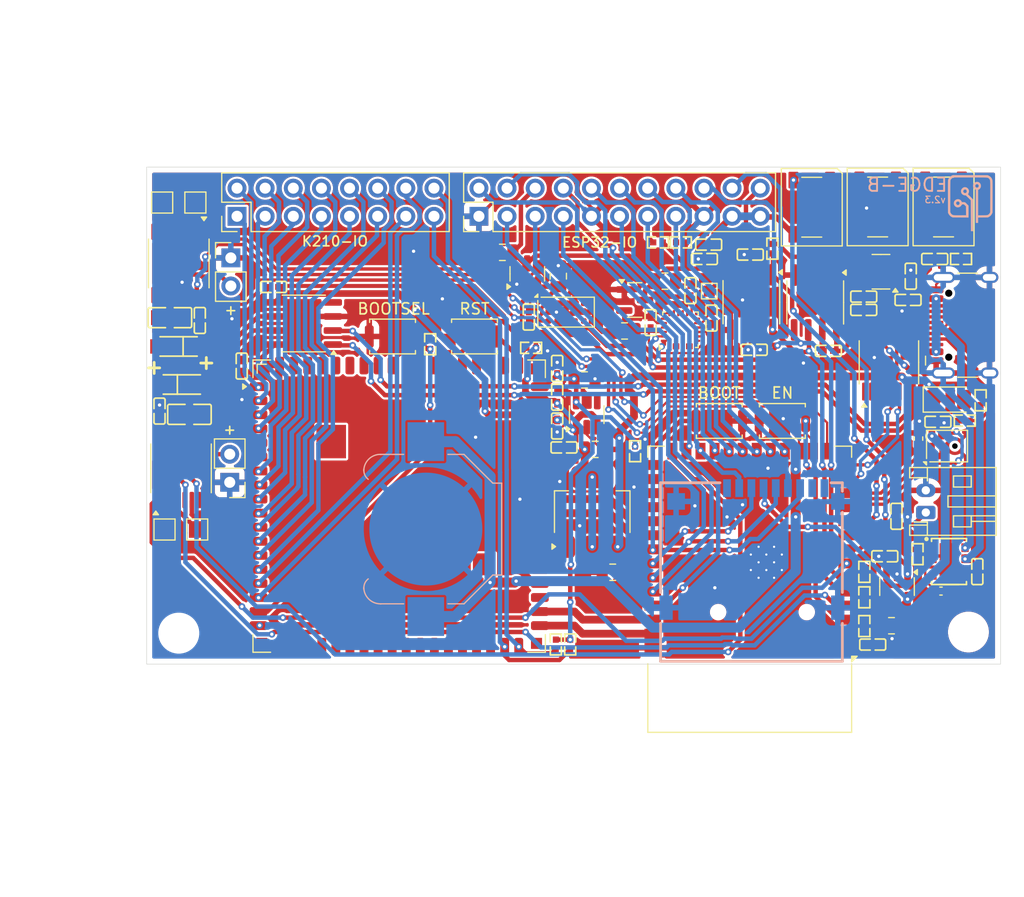
<source format=kicad_pcb>
(kicad_pcb (version 20241229) (generator "pcbnew") (generator_version "9.0")
  (layers (0 "F.Cu" signal) (2 "B.Cu" signal) (13 "F.Paste" user) (15 "B.Paste" user) (5 "F.SilkS" user "F.Silkscreen") (7 "B.SilkS" user "B.Silkscreen") (1 "F.Mask" user) (3 "B.Mask" user) (25 "Edge.Cuts" user))
  (net 0 "")
  (net 1 "Net-(BT1-+)")
  (net 2 "GND")
  (net 3 "VBUS")
  (net 4 "+3.3V")
  (net 5 "+1V8")
  (net 6 "+5V")
  (net 7 "/LED")
  (net 8 "Net-(J3-Pin_2)")
  (net 9 "Net-(U5-VINT)")
  (net 10 "Net-(U10-VO)")
  (net 11 "/D-")
  (net 12 "/D+")
  (net 13 "/SD ")
  (net 14 "/SCK")
  (net 15 "/WS")
  (net 16 "/bSDA")
  (net 17 "/bSCL")
  (net 18 "RST")
  (net 19 "BOOT")
  (net 20 "/CLOCK")
  (net 21 "EN")
  (net 22 "/aSDA")
  (net 23 "/aSCL")
  (net 24 "/INTER-RTS")
  (net 25 "/IO12")
  (net 26 "/IO7")
  (net 27 "/IO15")
  (net 28 "/IO9")
  (net 29 "/MISO")
  (net 30 "/IO13")
  (net 31 "/MOSI")
  (net 32 "/uTX")
  (net 33 "/IO11")
  (net 34 "/uRX")
  (net 35 "/SCLK")
  (net 36 "/INTER-RX")
  (net 37 "/INTER-CTS")
  (net 38 "/INTER-TX")
  (net 39 "/GPIO2")
  (net 40 "/GPIO0")
  (net 41 "/GPIO3")
  (net 42 "/GPIO1")
  (net 43 "/D2-")
  (net 44 "/D2+")
  (net 45 "/D1+")
  (net 46 "/D1-")
  (net 47 "/INT ")
  (net 48 "Net-(U9-VINT)")
  (net 49 "/D7")
  (net 50 "/D1")
  (net 51 "/D6")
  (net 52 "/D5")
  (net 53 "/D0")
  (net 54 "/GPIO7")
  (net 55 "/GPIO6")
  (net 56 "/GPIO8")
  (net 57 "/D3")
  (net 58 "/D2")
  (net 59 "/D4")
  (net 60 "BOOT2")
  (net 61 "/GPIO15")
  (net 62 "/GPIO9")
  (net 63 "/GPIO12")
  (net 64 "/GPIO10")
  (net 65 "/GPIO13")
  (net 66 "/GPIO14")
  (net 67 "/GPIO11")
  (net 68 "/GPIO16")
  (net 69 "/cSCL")
  (net 70 "/cSDA")
  (net 71 "Net-(U13-VO)")
  (net 72 "Net-(U14-REGOUT)")
  (net 74 "Net-(D1-DIN)")
  (net 75 "Net-(J2-Pin_1)")
  (net 76 "Net-(D2-DIN)")
  (net 77 "Net-(D4-A)")
  (net 78 "Net-(J4-Pin_1)")
  (net 79 "Net-(J5-Pin_1)")
  (net 81 "Net-(J9-CC1)")
  (net 83 "Net-(J9-CC2)")
  (net 84 "Net-(U3-V3)")
  (net 85 "Net-(U1-IO4{slash}ISP_Rx)")
  (net 108 "Net-(U1-IO5{slash}ISP_Tx)")
  (net 116 "Net-(U2-TMR)")
  (net 117 "Net-(U2-ICHSET)")
  (net 139 "VCP")
  (net 140 "Net-(J6-Pin_2)")
  (net 142 "Net-(J7-Pin_1)")
  (net 143 "Net-(J8-Pin_1)")
  (net 144 "/MC1b")
  (net 145 "/MC1c")
  (net 148 "/MC1a")
  (net 153 "VCP2")
  (net 162 "/MC2b")
  (net 163 "/MC2c")
  (net 164 "/MC2a")
  (net 165 "/BAT")
  (footprint "0402:R0402" (layer "F.Cu") (at 151.5425 113.6197 -90)
    (property "Reference" "R9" (hide yes))
    (property "Value" "RC0402FR-075K1L (5.1kΩ)" (hide yes))
  )
  (footprint "TestPoint:TestPoint_Pad_1.0x1.0mm" (layer "F.Cu") (at 165.4 81.7)
    (property "Reference" "J2" (hide yes))
    (property "Value" "Conn_01x01_Pin" (hide yes))
  )
  (footprint "10uF:C0402" (layer "F.Cu") (at 163.7 81.6549 90)
    (property "Reference" "C31" (hide yes))
    (property "Value" "100nF" (hide yes))
  )
  (footprint "Package_SO:SOP-8_3.9x4.9mm_P1.27mm" (layer "F.Cu") (at 128.7848 84.625 180)
    (property "Reference" "U3" (hide yes))
    (property "Value" "CH340N" (hide yes))
  )
  (footprint "Sensor_Motion:InvenSense_QFN-24_3x3mm_P0.4mm" (layer "F.Cu") (at 162.8 85.1902 90)
    (property "Reference" "U14" (hide yes))
    (property "Value" "ICM-20948 (0x68)" (hide yes))
  )
  (footprint "CC0805KRX7R9BB104:CC0805KRX7R9BB104" (layer "F.Cu") (at 116.7 84.1)
    (property "Reference" "C21" (hide yes))
    (property "Value" "100nF" (hide yes))
  )
  (footprint "0402:R0402" (layer "F.Cu") (at 171.1 77.8672 -90)
    (property "Reference" "R13" (hide yes))
    (property "Value" "RC0402FR-075K1L (5.1kΩ)" (hide yes))
  )
  (footprint "10uF:C0402" (layer "F.Cu") (at 149.1 84.0451 90)
    (property "Reference" "C19" (hide yes))
    (property "Value" "100nF" (hide yes))
  )
  (footprint "Button_Switch_SMD:SW_Push_SPST_NO_Alps_SKRK" (layer "F.Cu") (at 172 93.43 180)
    (property "Reference" "SW2" (hide yes))
    (property "Value" "SKRKAGE020" (hide yes))
  )
  (footprint "10uF:C0402" (layer "F.Cu") (at 151.6675 93.8851 90)
    (property "Reference" "C1" (hide yes))
    (property "Value" "100nF" (hide yes))
  )
  (footprint "0402:R0402" (layer "F.Cu") (at 158.7 96.1628 -90)
    (property "Reference" "R2" (hide yes))
    (property "Value" "RC0402FR-075K1L (5.1kΩ)" (hide yes))
  )
  (footprint "Button_Switch_SMD:SW_Push_SPST_NO_Alps_SKRK" (layer "F.Cu") (at 136.8 85.8)
    (property "Reference" "SW4" (hide yes))
    (property "Value" "SKRKAGE020" (hide yes))
  )
  (footprint "Connector_PinHeader_2.54mm:PinHeader_2x11_P2.54mm_Vertical" (layer "F.Cu") (at 144.6 74.94 90)
    (property "Reference" "J11" (hide yes))
    (property "Value" "Conn_02x11_Odd_Even" (hide yes))
  )
  (footprint "Connector_PinHeader_2.54mm:PinHeader_2x08_P2.54mm_Vertical" (layer "F.Cu") (at 122.76 74.94 90)
    (property "Reference" "J10" (hide yes))
    (property "Value" "Conn_02x08_Odd_Even" (hide yes))
  )
  (footprint "10uF:C0402" (layer "F.Cu") (at 165.3451 77.5)
    (property "Reference" "C37" (hide yes))
    (property "Value" "100nF")
  )
  (footprint "10uF:C0402" (layer "F.Cu") (at 185.7549 78.8 180)
    (property "Reference" "C10" (hide yes))
    (property "Value" "100nF" (hide yes))
  )
  (footprint "GRM155R60J225KE01D:GRM155R60J225KE01D" (layer "F.Cu") (at 119.4 84.3549 -90)
    (property "Reference" "C23" (hide yes))
    (property "Value" "2.2uF" (hide yes))
  )
  (footprint "LED_SMD:LED_WS2812B_PLCC4_5.0x5.0mm_P3.2mm" (layer "F.Cu") (at 180.6 74.1 90)
    (property "Reference" "D2" (hide yes))
    (property "Value" "WS2812B" (hide yes))
  )
  (footprint "MountingHole:MountingHole_3.2mm_M3" (layer "F.Cu") (at 188.8 112.5)
    (property "Reference" "H2" (hide yes))
    (property "Value" "MountingHole" (hide yes))
  )
  (footprint "Package_TO_SOT_SMD:SOT-23-5" (layer "F.Cu") (at 154.3325 92.8625 90)
    (property "Reference" "U17" (hide yes))
    (property "Value" "AP2112K-3.3" (hide yes))
  )
  (footprint "Connector_JST:JST_PH_S2B-PH-K_1x02_P2.00mm_Horizontal" (layer "F.Cu") (at 184.95 101.7 90)
    (property "Reference" "J1" (hide yes))
    (property "Value" "Conn_01x02_Pin" (hide yes))
  )
  (footprint "Button_Switch_SMD:SW_Push_SPST_NO_Alps_SKRK" (layer "F.Cu") (at 166.3 93.43 180)
    (property "Reference" "SW1" (hide yes))
    (property "Value" "SKRKAGE020" (hide yes))
  )
  (footprint "TestPoint:TestPoint_Pad_1.5x1.5mm" (layer "F.Cu") (at 119 73.7)
    (property "Reference" "J7" (hide yes))
    (property "Value" "Conn_01x01_Pad" (hide yes))
  )
  (footprint "Package_SO:SOIC-8_3.9x4.9mm_P1.27mm" (layer "F.Cu") (at 174.965 82.725 -90)
    (property "Reference" "U7" (hide yes))
    (property "Value" "CAT24C256 (0x50)" (hide yes))
  )
  (footprint "Package_TO_SOT_SMD:SOT-223-3_TabPin2" (layer "F.Cu") (at 154.83 101.65 90)
    (property "Reference" "U15" (hide yes))
    (property "Value" "NCP1117-1.8_SOT223" (hide yes))
  )
  (footprint "Capacitor_SMD:C_0805_2012Metric" (layer "F.Cu") (at 157.75 85.3)
    (property "Reference" "C28" (hide yes))
    (property "Value" "10uF" (hide yes))
  )
  (footprint "TestPoint:TestPoint_Pad_1.5x1.5mm" (layer "F.Cu") (at 119.1625 103.2375 90)
    (property "Reference" "J5" (hide yes))
    (property "Value" "Conn_01x01_Pad" (hide yes))
  )
  (footprint "Connector_PinHeader_2.54mm:PinHeader_1x02_P2.54mm_Vertical" (layer "F.Cu") (at 122.1 98.975 180)
    (property "Reference" "J3" (hide yes))
    (property "Value" "Conn_01x02_Pin" (hide yes))
  )
  (footprint "Module:Sipeed-M1" (layer "F.Cu") (at 137.4 101.125)
    (property "Reference" "U1" (hide yes))
    (property "Value" "Sipeed-M1" (hide yes))
  )
  (footprint "Sensor_Audio:InvenSense_ICS-43434-6_3.5x2.65mm" (layer "F.Cu") (at 186.864 95.7 90)
    (property "Reference" "MK1" (hide yes))
    (property "Value" "ICS-43434" (hide yes))
  )
  (footprint "Sensor_Distance:ST_VL53L1x" (layer "F.Cu") (at 152.4675 83.6)
    (property "Reference" "U11" (hide yes))
    (property "Value" "VL53L0CXV0DH1 (0x29)" (hide yes))
  )
  (footprint "TestPoint:TestPoint_Pad_1.5x1.5mm" (layer "F.Cu") (at 116 73.7)
    (property "Reference" "J8" (hide yes))
    (property "Value" "Conn_01x01_Pad" (hide yes))
  )
  (footprint "10uF:C0402" (layer "F.Cu") (at 179.3451 83.4)
    (property "Reference" "C26" (hide yes))
    (property "Value" "100nF" (hide yes))
  )
  (footprint "Package_TO_SOT_SMD:SOT-23-5" (layer "F.Cu") (at 182.35 108.3925 -90)
    (property "Reference" "U16" (hide yes))
    (property "Value" "AP2112K-3.3" (hide yes))
  )
  (footprint "0402:R0402" (layer "F.Cu") (at 162.8328 77.3 180)
    (property "Reference" "R5" (hide yes))
    (property "Value" "RC0402FR-075K1L (5.1kΩ)" (hide yes))
  )
  (footprint "10uF:C0402" (layer "F.Cu") (at 123.1825 88.4701 90)
    (property "Reference" "C6" (hide yes))
    (property "Value" "100nF" (hide yes))
  )
  (footprint "Connector_USB:USB_C_Receptacle_HCTL_HC-TYPE-C-16P-01A" (layer "F.Cu") (at 189.625 84.78 90)
    (property "Reference" "J9" (hide yes))
    (property "Value" "USB_C_Receptacle_USB2.0_16P" (hide yes))
  )
  (footprint "LED_SMD:LED_WS2812B_PLCC4_5.0x5.0mm_P3.2mm" (layer "F.Cu") (at 174.65 74.12 90)
    (property "Reference" "D3" (hide yes))
    (property "Value" "WS2812B" (hide yes))
  )
  (footprint "10uF:C0402" (layer "F.Cu") (at 183.3451 82.5 180)
    (property "Reference" "C27" (hide yes))
    (property "Value" "100nF" (hide yes))
  )
  (footprint "0402:R0402" (layer "F.Cu") (at 140.2 86.5 -90)
    (property "Reference" "R10" (hide yes))
    (property "Value" "RC0402FR-075K1L (5.1kΩ)" (hide yes))
  )
  (footprint "Capacitor_SMD:C_0805_2012Metric" (layer "F.Cu") (at 181.85 111.93 180)
    (property "Reference" "C39" (hide yes))
    (property "Value" "10u" (hide yes))
  )
  (footprint "Capacitor_SMD:C_0805_2012Metric" (layer "F.Cu") (at 151.7675 80.35 90)
    (property "Reference" "C25" (hide yes))
    (property "Value" "10uF" (hide yes))
  )
  (footprint "0402:R0402" (layer "F.Cu") (at 160.7672 77.3 180)
    (property "Reference" "R6" (hide yes))
    (property "Value" "RC0402FR-075K1L (5.1kΩ)" (hide yes))
  )
  (footprint "10uF:C0402" (layer "F.Cu") (at 182.3 102.0451 90)
    (property "Reference" "C8" (hide yes))
    (property "Value" "100nF")
  )
  (footprint "0402:R0402" (layer "F.Cu") (at 179.4 107.0628 -90)
    (property "Reference" "R1" (hide yes))
    (property "Value" "RC0402FR-075K1L (5.1kΩ)" (hide yes))
  )
  (footprint "LED_SMD:LED_1206_3216Metric" (layer "F.Cu") (at 187 91.5)
    (property "Reference" "D4" (hide yes))
    (property "Value" "LTST-C150RKT" (hide yes))
  )
  (footprint "TAJA106K016RNJ:TAJA106K016RNJ" (layer "F.Cu") (at 117.4863 86.7 180)
    (property "Reference" "C24" (hide yes))
    (property "Value" "10uF" (hide yes))
  )
  (footprint "0402:R0402" (layer "F.Cu") (at 189.9 91.5672 -90)
    (property "Reference" "R16" (hide yes))
    (property "Value" "RC0402FR-13220RL (220Ω)" (hide yes))
  )
  (footprint "Capacitor_SMD:C_0805_2012Metric" (layer "F.Cu") (at 156.68 107.1 180)
    (property "Reference" "C33" (hide yes))
    (property "Value" "10u" (hide yes))
  )
  (footprint "Package_SO:TSSOP-16_4.4x5mm_P0.65mm" (layer "F.Cu") (at 117.7 97.7125 90)
    (property "Reference" "U5" (hide yes))
    (property "Value" "DRV8833PW" (hide yes))
  )
  (footprint "10uF:C0402" (layer "F.Cu") (at 165.6 84.1353 90)
    (property "Reference" "C32" (hide yes))
    (property "Value" "100nF" (hide yes))
  )
  (footprint "10uF:C0402" (layer "F.Cu") (at 126.0549 81.325)
    (property "Reference" "C5" (hide yes))
    (property "Value" "100nF" (hide yes))
  )
  (footprint "0402:R0402" (layer "F.Cu") (at 188.4672 93.4 180)
    (property "Reference" "R15" (hide yes))
    (property "Value" "5.1kΩ" (hide yes))
  )
  (footprint "TAJA106K016RNJ:TAJA106K016RNJ" (layer "F.Cu") (at 117.7762 90.1375)
    (property "Reference" "C14" (hide yes))
    (property "Value" "10uF" (hide yes))
  )
  (footprint "CC0805KRX7R9BB104:CC0805KRX7R9BB104" (layer "F.Cu") (at 118.4625 92.8375 180)
    (property "Reference" "C12" (hide yes))
    (property "Value" "100nF" (hide yes))
  )
  (footprint "10uF:C0402" (layer "F.Cu") (at 183.5902 80.3549 -90)
    (property "Reference" "C18" (hide yes))
    (property "Value" "1uF")
  )
  (footprint "MP2607DL:MP2607DL" (layer "F.Cu") (at 187.0421 106.1278)
    (property "Reference" "U2" (hide yes))
    (property "Value" "MP2607DL-LF-Z" (hide yes))
  )
  (footprint "10uF:C0402" (layer "F.Cu") (at 181.2451 105.6575 180)
    (property "Reference" "C34" (hide yes))
    (property "Value" "10uF" (hide yes))
  )
  (footprint "RF_Module:ESP32-S3-WROOM-1" (layer "F.Cu") (at 169.05 108.66 180)
    (property "Reference" "U4" (hide yes))
    (property "Value" "ESP32-S3-WROOM-1" (hide yes))
  )
  (footprint "GRM155R60J225KE01D:GRM155R60J225KE01D" (layer "F.Cu") (at 115.7625 92.5375 90)
    (property "Reference" "C13" (hide yes))
    (property "Value" "2.2uF" (hide yes))
  )
  (footprint "10uF:C0402" (layer "F.Cu") (at 152.2825 95.825 180)
    (property "Reference" "C35" (hide yes))
    (property "Value" "10uF" (hide yes))
  )
  (footprint "TestPoint:TestPoint_Pad_1.5x1.5mm" (layer "F.Cu") (at 116.2125 103.2375 90)
    (property "Reference" "J4" (hide yes))
    (property "Value" "Conn_01x01_Pad" (hide yes))
  )
  (footprint "Resistor_SMD:R_0402_1005Metric" (layer "F.Cu") (at 184.29 95.02 90)
    (property "Reference" "R12" (hide yes))
    (property "Value" "100k" (hide yes))
  )
  (footprint "MountingHole:MountingHole_3.2mm_M3" (layer "F.Cu") (at 117.5 112.6)
    (property "Reference" "H1" (hide yes))
    (property "Value" "MountingHole" (hide yes))
  )
  (footprint "Capacitor_SMD:C_0805_2012Metric" (layer "F.Cu") (at 161.4 80.8 180)
    (property "Reference" "C29" (hide yes))
    (property "Value" "10uF" (hide yes))
  )
  (footprint "10uF:C0402" (layer "F.Cu") (at 164.9549 78.8 180)
    (property "Reference" "C36" (hide yes))
    (property "Value" "100nF")
  )
  (footprint "Package_TO_SOT_SMD:SOT-23" (layer "F.Cu") (at 158.6625 82.505)
    (property "Reference" "U13" (hide yes))
    (property "Value" "AP2127N-1.8" (hide yes))
  )
  (footprint "10uF:C0402" (layer "F.Cu") (at 151.6675 88.6851 -90)
    (property "Reference" "C2" (hide yes))
    (property "Value" "100nF" (hide yes))
  )
  (footprint "Connector_PinHeader_2.54mm:PinHeader_1x02_P2.54mm_Vertical" (layer "F.Cu") (at 122.2 78.7)
    (property "Reference" "J6" (hide yes))
    (property "Value" "Conn_01x02_Pin" (hide yes))
  )
  (footprint "0402:R0402" (layer "F.Cu") (at 179.4 111.9628 90)
    (property "Reference" "R4" (hide yes))
    (property "Value" "RC0402FR-075K1L (5.1kΩ)" (hide yes))
  )
  (footprint "LED_SMD:LED_WS2812B_PLCC4_5.0x5.0mm_P3.2mm" (layer "F.Cu") (at 186.55 74.1 90)
    (property "Reference" "D1" (hide yes))
    (property "Value" "WS2812B" (hide yes))
  )
  (footprint "10uF:C0402" (layer "F.Cu") (at 189.6 107.0451 -90)
    (property "Reference" "C3" (hide yes))
    (property "Value" "10uF" (hide yes))
  )
  (footprint "Package_TO_SOT_SMD:SOT-23-5" (layer "F.Cu") (at 180.900644 79.95 180)
    (property "Reference" "U8" (hide yes))
    (property "Value" "AP2112K-3.3" (hide yes))
  )
  (footprint "Package_SO:TSSOP-16_4.4x5mm_P0.65mm" (layer "F.Cu") (at 117.5 79.2 -90)
    (property "Reference" "U9" (hide yes))
    (property "Value" "DRV8833PW" (hide yes))
  )
  (footprint "10uF:C0402" (layer "F.Cu") (at 160.1 84.5451 -90)
    (property "Reference" "C30" (hide yes))
    (property "Value" "100nF" (hide yes))
  )
  (footprint "10uF:C0402" (layer "F.Cu") (at 169.4549 87)
    (property "Reference" "C11" (hide yes))
    (property "Value" "100nF" (hide yes))
  )
  (footprint "0402:R0402" (layer "F.Cu") (at 149.3153 86.825 180)
    (property "Reference" "R7" (hide yes))
    (property "Value" "RC0402FR-075K1L (5.1kΩ)" (hide yes))
  )
  (footprint "10uF:C0402" (layer "F.Cu") (at 180.1549 113.63 180)
    (property "Reference" "C9" (hide yes))
    (property "Value" "100nF" (hide yes))
  )
  (footprint "10uF:C0402" (layer "F.Cu") (at 179.3451 82.2)
    (property "Reference" "C22" (hide yes))
    (property "Value" "1uF" (hide yes))
  )
  (footprint "0402:R0402" (layer "F.Cu") (at 184.2 105.4672 90)
    (property "Reference" "R11" (hide yes))
    (property "Value" "RC0402FR-075K1L (5.1kΩ)" (hide yes))
  )
  (footprint "10uF:C0402" (layer "F.Cu") (at 186.0449 93.51)
    (property "Reference" "C17" (hide yes))
    (property "Value" "100nF" (hide yes))
  )
  (footprint "Capacitor_SMD:C_0402_1005Metric" (layer "F.Cu") (at 186.32 108.8)
    (property "Reference" "C7" (hide yes))
    (property "Value" "470nF" (hide yes))
  )
  (footprint "0402:R0402" (layer "F.Cu") (at 179.4 109.3628 90)
    (property "Reference" "R3" (hide yes))
    (property "Value" "RC0402FR-075K1L (5.1kΩ)" (hide yes))
  )
  (footprint "Capacitor_SMD:C_0805_2012Metric" (layer "F.Cu") (at 155.1 96)
    (property "Reference" "C38" (hide yes))
    (property "Value" "10u" (hide yes))
  )
  (footprint "Capacitor_SMD:C_0805_2012Metric" (layer "F.Cu") (at 154.1325 89.725)
    (property "Reference" "C40" (hide yes))
    (property "Value" "10u" (hide yes))
  )
  (footprint "Button_Switch_SMD:SW_Push_SPST_NO_Alps_SKRK" (layer "F.Cu") (at 144.2 85.8)
    (property "Reference" "SW3" (hide yes))
    (property "Value" "SKRKAGE020" (hide yes))
  )
  (footprint "10uF:C0402" (layer "F.Cu") (at 176.1549 87.1 180)
    (property "Reference" "C15" (hide yes))
    (property "Value" "100nF" (hide yes))
  )
  (footprint "0402:R0402" (layer "F.Cu") (at 188.1328 78.8 180)
    (property "Reference" "R14" (hide yes))
    (property "Value" "5.1kΩ" (hide yes))
  )
  (footprint "Package_SO:SOIC-8_3.9x4.9mm_P1.27mm" (layer "F.Cu") (at 169.2 82.7 -90)
    (property "Reference" "U6" (hide yes))
    (property "Value" "DS3231MZ" (hide yes))
  )
  (footprint "0402:R0402" (layer "F.Cu") (at 152.8425 113.6197 -90)
    (property "Reference" "R8" (hide yes))
    (property "Value" "RC0402FR-075K1L (5.1kΩ)" (hide yes))
  )
  (footprint "Package_SO:QSOP-16_3.9x4.9mm_P0.635mm" (layer "F.Cu") (at 181.6175 88.1375 90)
    (property "Reference" "U12" (hide yes))
    (property "Value" "CH334R" (hide yes))
  )
  (footprint "10uF:C0402" (layer "F.Cu") (at 151.6675 91.2851 90)
    (property "Reference" "C4" (hide yes))
    (property "Value" "100nF" (hide yes))
  )
  (footprint "Package_TO_SOT_SMD:SOT-23" (layer "F.Cu") (at 148.9675 80.1375 90)
    (property "Reference" "U10" (hide yes))
    (property "Value" "AP2127N-2.8" (hide yes))
  )
  (footprint "Capacitor_SMD:C_0805_2012Metric" (layer "F.Cu") (at 146.7175 78.2)
    (property "Reference" "C20" (hide yes))
    (property "Value" "10uF" (hide yes))
  )
  (footprint "10uF:C0402" (layer "F.Cu") (at 169.1 78.4 180)
    (property "Reference" "C16" (hide yes))
    (property "Value" "100nF" (hide yes))
  )
  (footprint "Battery:BatteryHolder_Keystone_3000_1x12mm" (layer "B.Cu") (at 139.805 103.2 90)
    (property "Reference" "BT1" (hide yes))
    (property "Value" "Battery_Cell")
  )
  (footprint "LOGO" (layer "B.Cu") (at 189 73.6 180)
    (property "Reference" "G***" (hide yes))
    (property "Value" "LOGO" (hide yes))
  )
  (footprint "SDCARD:TF-SMD_TF-115" (layer "B.Cu") (at 169.25 104.9 180)
    (property "Reference" "Card1" (hide yes))
    (property "Value" "TF-115")
  )
  (gr_rect (start 114.6 70.5) (end 191.7 115.4) (stroke (width 0.05)) (fill no) (layer "Edge.Cuts"))
  (gr_text "+" (at 122.1 94.2 0) (layer "F.SilkS") (effects (font (size 0.9 0.9))))
  (gr_text "RST" (at 144.2 83.3 0) (layer "F.SilkS") (effects (font (size 1 1))))
  (gr_text "K210-IO" (at 131.6 77.2 0) (layer "F.SilkS") (effects (font (size 0.9 0.9))))
  (gr_text "EN" (at 172 90.9 0) (layer "F.SilkS") (effects (font (size 1 1))))
  (gr_text "+" (at 122.2 83.4 0) (layer "F.SilkS") (effects (font (size 0.9 0.9))))
  (gr_text "BOOT" (at 166.3 90.9 0) (layer "F.SilkS") (effects (font (size 1 1))))
  (gr_text "ESP32-IO" (at 155.5 77.3 0) (layer "F.SilkS") (effects (font (size 0.9 0.9))))
  (gr_text "BOOTSEL" (at 136.9 83.3 0) (layer "F.SilkS") (effects (font (size 1 1))))
  (gr_text "EDGE-B" (at 187 72.8 0) (layer "B.SilkS") (effects (font (size 1.2 1.2) (thickness 0.17)) (justify left bottom mirror)))
  (gr_text "v2.3" (at 186.8 73.8 0) (layer "B.SilkS") (effects (font (size 0.6 0.6) (thickness 0.1) (bold yes)) (justify left bottom mirror)))
  (segment (start 168.565 85.175) (end 168.565 86.6552) (width 0.4) (layer "F.Cu") (net 1))
  (segment (start 147.833 108.026) (end 145.606 108.026) (width 0.9) (layer "F.Cu") (net 1))
  (segment (start 173.2 102.1) (end 173.2 97.8) (width 0.9) (layer "F.Cu") (net 1))
  (segment (start 147.959 107.9) (end 147.833 108.026) (width 0.9) (layer "F.Cu") (net 1))
  (segment (start 168.565 86.6552) (end 168.9098 87) (width 0.4) (layer "F.Cu") (net 1))
  (via (at 173.2 102.1) (size 0.6) (drill 0.3) (layers "F.Cu" "B.Cu") (net 1))
  (via (at 173.2 97.8) (size 0.6) (drill 0.3) (layers "F.Cu" "B.Cu") (net 1))
  (via (at 147.959 107.9) (size 0.6) (drill 0.3) (layers "F.Cu" "B.Cu") (net 1))
  (via (at 168.9098 87) (size 0.6) (drill 0.3) (layers "F.Cu" "B.Cu") (net 1))
  (via (at 145.606 108.026) (size 0.6) (drill 0.3) (layers "F.Cu" "B.Cu") (net 1))
  (segment (start 148.6 107.9) (end 147.959 107.9) (width 0.9) (layer "B.Cu") (net 1))
  (segment (start 145.606 107.949) (end 145.606 98.451) (width 1) (layer "B.Cu") (net 1))
  (segment (start 173.2 97.8) (end 173.2 95.855082) (width 0.9) (layer "B.Cu") (net 1))
  (segment (start 139.805 111.1) (end 142.455 111.1) (width 1) (layer "B.Cu") (net 1))
  (segment (start 173.2 106.994918) (end 173.2 102.1) (width 0.9) (layer "B.Cu") (net 1))
  (segment (start 168.9098 91.564882) (end 168.9098 87) (width 0.9) (layer "B.Cu") (net 1))
  (segment (start 142.455 95.3) (end 139.805 95.3) (width 1) (layer "B.Cu") (net 1))
  (segment (start 160.298 112.1) (end 168.094918 112.1) (width 0.9) (layer "B.Cu") (net 1))
  (segment (start 168.094918 112.1) (end 173.2 106.994918) (width 0.9) (layer "B.Cu") (net 1))
  (segment (start 156.098 107.9) (end 160.298 112.1) (width 0.9) (layer "B.Cu") (net 1))
  (segment (start 173.2 95.855082) (end 168.9098 91.564882) (width 0.9) (layer "B.Cu") (net 1))
  (segment (start 142.455 111.1) (end 145.606 107.949) (width 1) (layer "B.Cu") (net 1))
  (segment (start 145.606 98.451) (end 142.455 95.3) (width 1) (layer "B.Cu") (net 1))
  (segment (start 148.6 107.9) (end 156.098 107.9) (width 0.9) (layer "B.Cu") (net 1))
  (segment (start 186.59 93.59) (end 186.6 93.6) (width 0.2) (layer "F.Cu") (net 2))
  (segment (start 163.7 81.1098) (end 162.6598 81.1098) (width 0.2) (layer "F.Cu") (net 2))
  (segment (start 149.1 83.5) (end 149.2195 83.3805) (width 0.2) (layer "F.Cu") (net 2))
  (segment (start 171.87 93.43) (end 172.075735 93.224265) (width 0.2) (layer "F.Cu") (net 2))
  (segment (start 185.592 105.6278) (end 185.0595 105.6278) (width 0.2) (layer "F.Cu") (net 2))
  (segment (start 162.9 114.7) (end 163 114.6) (width 0.2) (layer "F.Cu") (net 2))
  (segment (start 152.2685 93.8292) (end 152.2685 92.6) (width 0.2) (layer "F.Cu") (net 2))
  (segment (start 164.8 77.5) (end 164.4098 77.8902) (width 0.6) (layer "F.Cu") (net 2))
  (segment (start 168.4 93.43) (end 169.9 93.43) (width 0.2) (layer "F.Cu") (net 2))
  (segment (start 164.3 85.3902) (end 167.0798 85.3902) (width 0.2) (layer "F.Cu") (net 2))
  (segment (start 157.725 82.009468) (end 157.725 81.555) (width 0.2) (layer "F.Cu") (net 2))
  (segment (start 153.421 71.902529) (end 152.717471 71.199) (width 0.3) (layer "F.Cu") (net 2))
  (segment (start 160.3 113.92) (end 161.08 114.7) (width 0.2) (layer "F.Cu") (net 2))
  (segment (start 162.6598 81.1098) (end 162.35 80.8) (width 0.2) (layer "F.Cu") (net 2))
  (segment (start 154.76 74.94) (end 154.76 74.160768) (width 0.3) (layer "F.Cu") (net 2))
  (segment (start 148.479 71.902529) (end 148.479 72.821768) (width 0.3) (layer "F.Cu") (net 2))
  (segment (start 154.76 74.160768) (end 153.421 72.821768) (width 0.3) (layer "F.Cu") (net 2))
  (segment (start 152.2685 92.6) (end 152.2685 91.341) (width 0.2) (layer "F.Cu") (net 2))
  (segment (start 185.0595 105.6278) (end 184.4661 105.0344) (width 0.2) (layer "F.Cu") (net 2))
  (segment (start 165.6 83.5902) (end 164.271 82.2612) (width 0.2) (layer "F.Cu") (net 2))
  (segment (start 125.5098 81.325) (end 125.5098 81.59872) (width 0.3) (layer "F.Cu") (net 2))
  (segment (start 160.6902 84.5902) (end 160.1 84) (width 0.2) (layer "F.Cu") (net 2))
  (segment (start 153.817501 83.6) (end 154.0675 83.6) (width 0.4) (layer "F.Cu") (net 2))
  (segment (start 151.6675 94.4302) (end 152.2685 93.8292) (width 0.2) (layer "F.Cu") (net 2))
  (segment (start 154.3325 94) (end 154.3325 94.662499) (width 0.2) (layer "F.Cu") (net 2))
  (segment (start 122.90852 84.2) (end 122.3 84.2) (width 0.3) (layer "F.Cu") (net 2))
  (segment (start 150.146968 79.4) (end 151.7675 79.4) (width 0.2) (layer "F.Cu") (net 2))
  (segment (start 151.9 98.9) (end 152.8 99.8) (width 0.2) (layer "F.Cu") (net 2))
  (segment (start 147.561768 73.739) (end 145.801 73.739) (width 0.3) (layer "F.Cu") (net 2))
  (segment (start 185.592 107.1277) (end 186.2666 107.1277) (width 0.3) (layer "F.Cu") (net 2))
  (segment (start 165.6 83.5902) (end 167.3098 83.5902) (width 0.5) (layer "F.Cu") (net 2))
  (segment (start 164.271 82.2612) (end 164.271 81.6808) (width 0.2) (layer "F.Cu") (net 2))
  (segment (start 187.2845 95.0375) (end 187.574 95.0375) (width 0.3) (layer "F.Cu") (net 2))
  (segment (start 161.8 83.6902) (end 160.4098 83.6902) (width 0.2) (layer "F.Cu") (net 2))
  (segment (start 160.4098 83.6902) (end 160.1 84) (width 0.2) (layer "F.Cu") (net 2))
  (segment (start 186.322 96.6) (end 186.322 96) (width 0.3) (layer "F.Cu") (net 2))
  (segment (start 186.322 96) (end 187.2845 95.0375) (width 0.3) (layer "F.Cu") (net 2))
  (segment (start 153.2675 83.049999) (end 153.817501 83.6) (width 0.4) (layer "F.Cu") (net 2))
  (segment (start 166 101.1) (end 167 102.1) (width 0.4) (layer "F.Cu") (net 2))
  (segment (start 149.1675 83.5) (end 149.2195 83.448) (width 0.2) (layer "F.Cu") (net 2))
  (segment (start 151.6675 90.74) (end 152.2685 90.139) (width 0.2) (layer "F.Cu") (net 2))
  (segment (start 186.2666 107.1277) (end 187.0421 106.3522) (width 0.3) (layer "F.Cu") (net 2))
  (segment (start 186.5422 105.6278) (end 185.592 105.6278) (width 0.3) (layer "F.Cu") (net 2))
  (segment (start 160.1 84) (end 159.715532 84) (width 0.2) (layer "F.Cu") (net 2))
  (segment (start 152.2685 88.741) (end 151.6675 88.14) (width 0.2) (layer "F.Cu") (net 2))
  (segment (start 117.825 80.925) (end 117.8 80.9) (width 0.3) (layer "F.Cu") (net 2))
  (segment (start 164.7098 84.5902) (end 165.029 84.271) (width 0.2) (layer "F.Cu") (net 2))
  (segment (start 152.2685 90.139) (end 152.2685 88.741) (width 0.2) (layer "F.Cu") (net 2))
  (segment (start 155.670001 96) (end 156.05 96) (width 0.2) (layer "F.Cu") (net 2))
  (segment (start 149.182529 71.199) (end 148.479 71.902529) (width 0.3) (layer "F.Cu") (net 2))
  (segment (start 164.1 101.1) (end 166 101.1) (width 0.4) (layer "F.Cu") (net 2))
  (segment (start 187.0421 106.1277) (end 186.5422 105.6278) (width 0.3) (layer "F.Cu") (net 2))
  (segment (start 152.717471 71.199) (end 149.182529 71.199) (width 0.3) (layer "F.Cu") (net 2))
  (segment (start 148.479 72.821768) (end 147.561768 73.739) (width 0.3) (layer "F.Cu") (net 2))
  (segment (start 161.08 114.7) (end 162.9 114.7) (width 0.2) (layer "F.Cu") (net 2))
  (segment (start 153.2675 82.8) (end 153.2675 83.049999) (width 0.4) (layer "F.Cu") (net 2))
  (segment (start 169.9 93.43) (end 171.87 93.43) (width 0.2) (layer "F.Cu") (net 2))
  (segment (start 167.0798 85.3902) (end 167.295 85.175) (width 0.2) (layer "F.Cu") (net 2))
  (segment (start 153.421 72.821768) (end 153.421 71.902529) (width 0.3) (layer "F.Cu") (net 2))
  (segment (start 165.029 84.271) (end 165.029 84.1612) (width 0.2) (layer "F.Cu") (net 2))
  (segment (start 185.88 81.1) (end 186.52 80.46) (width 0.2) (layer "F.Cu") (net 2))
  (segment (start 164.4098 77.8902) (end 164.4098 78.8) (width 0.6) (layer "F.Cu") (net 2))
  (segment (start 161.3 84.5902) (end 160.6902 84.5902) (width 0.2) (layer "F.Cu") (net 2))
  (segment (start 164.271 81.6808) (end 163.7 81.1098) (width 0.2) (layer "F.Cu") (net 2))
  (segment (start 187.574 95.0375) (end 187.761442 95.0375) (width 0.2) (layer "F.Cu") (net 2))
  (segment (start 149.2195 80.327468) (end 150.146968 79.4) (width 0.2) (layer "F.Cu") (net 2))
  (segment (start 158.2 99.8) (end 158.6 99.4) (width 0.2) (layer "F.Cu") (net 2))
  (segment (start 185.592 107.1277) (end 185.592 107.6278) (width 0.3) (layer "F.Cu") (net 2))
  (segment (start 154.3325 94.662499) (end 155.670001 96) (width 0.2) (layer "F.Cu") (net 2))
  (segment (start 165.029 84.1612) (end 165.6 83.5902) (width 0.2) (layer "F.Cu") (net 2))
  (segment (start 184.4661 105.0344) (end 184.2 105.0344) (width 0.2) (layer "F.Cu") (net 2))
  (segment (start 187.0421 106.3522) (end 187.0421 106.1277) (width 0.3) (layer "F.Cu") (net 2))
  (segment (start 117.825 82.0625) (end 117.825 80.925) (width 0.3) (layer "F.Cu") (net 2))
  (segment (start 186.59 93.51) (end 186.59 93.59) (width 0.2) (layer "F.Cu") (net 2))
  (segment (start 185.88 81.58) (end 185.88 81.1) (width 0.2) (layer "F.Cu") (net 2))
  (segment (start 167.3098 83.5902) (end 168.4 82.5) (width 0.5) (layer "F.Cu") (net 2))
  (segment (start 152.8 99.8) (end 158.2 99.8) (width 0.2) (layer "F.Cu") (net 2))
  (segment (start 155.1 83.6) (end 156.8 85.3) (width 0.3) (layer "F.Cu") (net 2))
  (segment (start 145.801 73.739) (end 144.6 74.94) (width 0.3) (layer "F.Cu") (net 2))
  (segment (start 125.5098 81.59872) (end 122.90852 84.2) (width 0.3) (layer "F.Cu") (net 2))
  (segment (start 149.2195 83.3805) (end 149.2195 80.327468) (width 0.2) (layer "F.Cu") (net 2))
  (segment (start 154.0675 83.6) (end 155.1 83.6) (width 0.3) (layer "F.Cu") (net 2))
  (segment (start 166.2738 83.5902) (end 165.6 83.5902) (width 0.2) (layer "F.Cu") (net 2))
  (segment (start 151.6675 82.8) (end 153.2675 82.8) (width 0.4) (layer "F.Cu") (net 2))
  (segment (start 152.2685 91.341) (end 151.6675 90.74) (width 0.2) (layer "F.Cu") (net 2))
  (segment (start 159.715532 84) (end 157.725 82.009468) (width 0.2) (layer "F.Cu") (net 2))
  (segment (start 164.3 84.5902) (end 164.7098 84.5902) (width 0.2) (layer "F.Cu") (net 2))
  (via (at 184.378127 93.448988) (size 0.6) (drill 0.3) (layers "F.Cu" "B.Cu") (net 2))
  (via (at 164.4098 78.8) (size 0.6) (drill 0.3) (layers "F.Cu" "B.Cu") (net 2))
  (via (at 148.3 100.5) (size 0.6) (drill 0.3) (layers "F.Cu" "B.Cu") (net 2))
  (via (at 173.9 88.2) (size 0.6) (drill 0.3) (layers "F.Cu" "B.Cu") (net 2))
  (via (at 181.9 113.1) (size 0.6) (drill 0.3) (layers "F.Cu" "B.Cu") (net 2))
  (via (at 180.7 105.6575) (size 0.6) (drill 0.3) (layers "F.Cu" "B.Cu") (net 2))
  (via (at 150.8 87.1) (size 0.6) (drill 0.3) (layers "F.Cu" "B.Cu") (net 2))
  (via (at 186.6 93.6) (size 0.6) (drill 0.3) (layers "F.Cu" "B.Cu") (net 2))
  (via (at 168.4 101) (size 0.6) (drill 0.3) (layers "F.Cu" "B.Cu") (net 2))
  (via (at 148.0175 81.075) (size 0.6) (drill 0.3) (layers "F.Cu" "B.Cu") (net 2))
  (via (at 172.075735 93.224265) (size 0.6) (drill 0.3) (layers "F.Cu" "B.Cu") (net 2))
  (via (at 179.6 74.2) (size 0.6) (drill 0.3) (layers "F.Cu" "B.Cu") (net 2))
  (via (at 182.8 83.5) (size 0.6) (drill 0.3) (layers "F.Cu" "B.Cu") (net 2))
  (via (at 168.4 82.5) (size 0.6) (drill 0.3) (layers "F.Cu" "B.Cu") (net 2))
  (via (at 165.9 108.5) (size 0.6) (drill 0.3) (layers "F.Cu" "B.Cu") (net 2))
  (via (at 144.3 94.9) (size 0.6) (drill 0.3) (layers "F.Cu" "B.Cu") (net 2))
  (via (at 115.7625 91.9924) (size 0.6) (drill 0.3) (layers "F.Cu" "B.Cu") (net 2))
  (via (at 151.6675 94.4302) (size 0.6) (drill 0.3) (layers "F.Cu" "B.Cu") (net 2))
  (via (at 170.7 97.7) (size 0.6) (drill 0.3) (layers "F.Cu" "B.Cu") (net 2))
  (via (at 182.35 107.255) (size 0.6) (drill 0.3) (layers "F.Cu" "B.Cu") (net 2))
  (via (at 122.3 84.2) (size 0.6) (drill 0.3) (layers "F.Cu" "B.Cu") (net 2))
  (via (at 168.5549 78.4) (size 0.6) (drill 0.3) (layers "F.Cu" "B.Cu") (net 2))
  (via (at 164.1 101.1) (size 0.6) (drill 0.3) (layers "F.Cu" "B.Cu") (net 2))
  (via (at 153.7 102.9) (size 0.6) (drill 0.3) (layers "F.Cu" "B.Cu") (net 2))
  (via (at 141.3 82.4) (size 0.6) (drill 0.3) (layers "F.Cu" "B.Cu") (net 2))
  (via (at 123.2 91.5) (size 0.6) (drill 0.3) (layers "F.Cu" "B.Cu") (net 2))
  (via (at 117.8 80.9) (size 0.6) (drill 0.3) (layers "F.Cu" "B.Cu") (net 2))
  (via (at 167 102.1) (size 0.6) (drill 0.3) (layers "F.Cu" "B.Cu") (net 2))
  (via (at 159.6 95.08133) (size 0.6) (drill 0.3) (layers "F.Cu" "B.Cu") (net 2))
  (via (at 180.3 87.7) (size 0.6) (drill 0.3) (layers "F.Cu" "B.Cu") (net 2))
  (via (at 158.6 99.4) (size 0.6) (drill 0.3) (layers "F.Cu" "B.Cu") (net 2))
  (via (at 151.6675 88.14) (size 0.6) (drill 0.3) (layers "F.Cu" "B.Cu") (net 2))
  (via (at 183.5902 79.8098) (size 0.6) (drill 0.3) (layers "F.Cu" "B.Cu") (net 2))
  (via (at 155.0825 89.626) (size 0.6) (drill 0.3) (layers "F.Cu" "B.Cu") (net 2))
  (via (at 151.6 83.6) (size 0.6) (drill 0.3) (layers "F.Cu" "B.Cu") (net 2))
  (via (at 138.7 78.1) (size 0.6) (drill 0.3) (layers "F.Cu" "B.Cu") (net 2))
  (via (at 151.9 98.9) (size 0.6) (drill 0.3) (layers "F.Cu" "B.Cu") (net 2))
  (via (at 151.7675 79.4) (size 0.6) (drill 0.3) (layers "F.Cu" "B.Cu") (net 2))
  (via (at 170 87) (size 0.6) (drill 0.3) (layers "F.Cu" "B.Cu") (net 2))
  (segment (start 158.6 108.6) (end 160.3 110.3) (width 0.6) (layer "B.Cu") (net 2))
  (segment (start 186.52 80.46) (end 184.2404 80.46) (width 0.2) (layer "B.Cu") (net 2))
  (segment (start 167 102.1) (end 167.3 102.1) (width 0.4) (layer "B.Cu") (net 2))
  (segment (start 167.3 102.1) (end 168.4 101) (width 0.4) (layer "B.Cu") (net 2))
  (segment (start 184.2404 80.46) (end 183.5902 79.8098) (width 0.2) (layer "B.Cu") (net 2))
  (segment (start 186.5 93.7) (end 184.629139 93.7) (width 0.2) (layer "B.Cu") (net 2))
  (segment (start 160.3 110.3) (end 161.5 110.3) (width 0.6) (layer "B.Cu") (net 2))
  (segment (start 186.6 93.6) (end 186.5 93.7) (width 0.2) (layer "B.Cu") (net 2))
  (segment (start 158.6 99.4) (end 158.6 108.6) (width 0.6) (layer "B.Cu") (net 2))
  (segment (start 172.075735 93.224265) (end 170 91.14853) (width 0.2) (layer "B.Cu") (net 2))
  (segment (start 184.629139 93.7) (end 184.378127 93.448988) (width 0.2) (layer "B.Cu") (net 2))
  (segment (start 170 91.14853) (end 170 87) (width 0.2) (layer "B.Cu") (net 2))
  (segment (start 157.63 107.1) (end 157.63 105.3) (width 0.7) (layer "F.Cu") (net 3))
  (segment (start 180.201 77.801) (end 178.95 76.55) (width 0.6) (layer "F.Cu") (net 3))
  (segment (start 153.3825 95.2701) (end 152.8276 95.825) (width 0.4) (layer "F.Cu") (net 3))
  (segment (start 165.8902 76.5098) (end 167.46 74.94) (width 0.6) (layer "F.Cu") (net 3))
  (segment (start 184.9 76.55) (end 183.649 77.801) (width 0.6) (layer "F.Cu") (net 3))
  (segment (start 183.649 77.801) (end 180.201 77.801) (width 0.6) (layer "F.Cu") (net 3))
  (segment (start 170.06 75) (end 170 74.94) (width 0.5) (layer "F.Cu") (net 3))
  (segment (start 158.7 89.4) (end 162.839 89.4) (width 0.7) (layer "F.Cu") (net 3))
  (segment (start 181.935 85.5) (end 181.935 86.414346) (width 0.3) (layer "F.Cu") (net 3))
  (segment (start 155.2825 93.504112) (end 155.2825 94) (width 0.3) (layer "F.Cu") (net 3))
  (segment (start 181.935 86.414346) (end 182.320669 86.800015) (width 0.3) (layer "F.Cu") (net 3))
  (segment (start 150.57 93.34) (end 150.1 92.87) (width 0.6) (layer "F.Cu") (net 3))
  (segment (start 150.1 94.14) (end 150.1 92.87) (width 0.5) (layer "F.Cu") (net 3))
  (segment (start 182.8 82.5) (end 181.901 83.399) (width 0.4) (layer "F.Cu") (net 3))
  (segment (start 177.729 77.771) (end 174.201 77.771) (width 0.5) (layer "F.Cu") (net 3))
  (segment (start 181.4 107.917499) (end 181.801001 108.3185) (width 0.4) (layer "F.Cu") (net 3))
  (segment (start 183.3 106.592501) (end 182.364999 105.6575) (width 0.4) (layer "F.Cu") (net 3))
  (segment (start 153.3825 93.337501) (end 153.883501 92.8365) (width 0.6) (layer "F.Cu") (net 3))
  (segment (start 173 76.57) (end 171.43 75) (width 0.5) (layer "F.Cu") (net 3))
  (segment (start 185.2098 79.67) (end 183.9798 80.9) (width 0.6) (layer "F.Cu") (net 3))
  (segment (start 189.9 90.81924) (end 189.9 91.1344) (width 0.5) (layer "F.Cu") (net 3))
  (segment (start 153.3825 94) (end 153.3825 95.2701) (width 0.4) (layer "F.Cu") (net 3))
  (segment (start 182.320669 86.800015) (end 182.320669 88.992681) (width 0.3) (layer "F.Cu") (net 3))
  (segment (start 153.3825 94) (end 153.3825 93.337501) (width 0.6) (layer "F.Cu") (net 3))
  (segment (start 174.201 77.771) (end 173 76.57) (width 0.5) (layer "F.Cu") (net 3))
  (segment (start 181.901 83.399) (end 181.901 85.099) (width 0.4) (layer "F.Cu") (net 3))
  (segment (start 183.3 107.917499) (end 183.3 107.255) (width 0.4) (layer "F.Cu") (net 3))
  (segment (start 165.8902 77.5) (end 165.8902 76.5098) (width 0.6) (layer "F.Cu") (net 3))
  (segment (start 156.3 94) (end 155.2825 94) (width 0.7) (layer "F.Cu") (net 3))
  (segment (start 189.20576 90.125) (end 189.9 90.81924) (width 0.5) (layer "F.Cu") (net 3))
  (segment (start 158.619629 89.449001) (end 158.650999 89.449001) (width 0.7) (layer "F.Cu") (net 3))
  (segment (start 157.281 94.981) (end 157.281 94.365787) (width 0.7) (layer "F.Cu") (net 3))
  (segment (start 138.817233 83.382767) (end 137.353466 81.919) (width 0.6) (layer "F.Cu") (net 3))
  (segment (start 180.874644 80.398999) (end 180.874644 79.501001) (width 0.6) (layer "F.Cu") (net 3))
  (segment (start 180.4 89.4) (end 180.4 89.5115) (width 0.5) (layer "F.Cu") (net 3))
  (segment (start 182.8 81.6902) (end 182.8 82.5) (width 0.6) (layer "F.Cu") (net 3))
  (segment (start 182.320669 88.992681) (end 182.805732 89.477744) (width 0.3) (layer "F.Cu") (net 3))
  (segment (start 162.8505 89.4115) (end 182.805732 89.4115) (width 0.7) (layer "F.Cu") (net 3))
  (segment (start 157.63 105.3) (end 157.13 104.8) (width 0.7) (layer "F.Cu") (net 3))
  (segment (start 126.6 82.2798) (end 126.6 81.325) (width 0.4) (layer "F.Cu") (net 3))
  (segment (start 158.6 93.046787) (end 158.6 91.131372) (width 0.7) (layer "F.Cu") (net 3))
  (segment (start 126.6 82.2798) (end 126.6 81.355) (width 0.6) (layer "F.Cu") (net 3))
  (segment (start 158.650999 89.449001) (end 158.7 89.4) (width 0.7) (layer "F.Cu") (net 3))
  (segment (start 188.4922 104.6278) (end 188.4922 105.1277) (width 0.3) (layer "F.Cu") (net 3))
  (segment (start 181.801001 108.3185) (end 182.898999 108.3185) (width 0.4) (layer "F.Cu") (net 3))
  (segment (start 155.2825 93.36269) (end 155.2825 94) (width 0.6) (layer "F.Cu") (net 3))
  (segment (start 183.9798 80.9) (end 183.5902 80.9) (width 0.6) (layer "F.Cu") (net 3))
  (segment (start 151.6675 93.34) (end 150.57 93.34) (width 0.6) (layer "F.Cu") (net 3))
  (segment (start 184.9 76.55) (end 184.9 78.4902) (width 0.6) (layer "F.Cu") (net 3))
  (segment (start 126.1598 82.72) (end 126.6 82.2798) (width 0.4) (layer "F.Cu") (net 3))
  (segment (start 181.375645 79) (end 182.038144 79) (width 0.6) (layer "F.Cu") (net 3))
  (segment (start 185.2098 78.8) (end 185.2098 79.67) (width 0.6) (layer "F.Cu") (net 3))
  (segment (start 183.2552 107.2102) (end 183.3 107.255) (width 0.4) (layer "F.Cu") (net 3))
  (segment (start 183.3 107.255) (end 183.3 106.592501) (width 0.4) (layer "F.Cu") (net 3))
  (segment (start 181.4 107.255) (end 181.4 107.917499) (width 0.4) (layer "F.Cu") (net 3))
  (segment (start 153.883501 92.8365) (end 154.75631 92.8365) (width 0.6) (layer "F.Cu") (net 3))
  (segment (start 157.281 94.981) (end 156.3 94) (width 0.7) (layer "F.Cu") (net 3))
  (segment (start 150.1 92.87) (end 145.471 92.87) (width 0.6) (layer "F.Cu") (net 3))
  (segment (start 180.874644 79.501001) (end 181.375645 79) (width 0.6) (layer "F.Cu") (net 3))
  (segment (start 145.471 92.87) (end 145.1505 92.5495) (width 0.6) (layer "F.Cu") (net 3))
  (segment (start 182.364999 105.6575) (end 181.7902 105.6575) (width 0.4) (layer "F.Cu") (net 3))
  (segment (start 158.121125 90.652497) (end 158.121125 89.947505) (width 0.7) (layer "F.Cu") (net 3))
  (segment (start 182.038144 80.9) (end 181.375645 80.9) (width 0.6) (layer "F.Cu") (net 3))
  (segment (start 178.95 76.55) (end 177.729 77.771) (width 0.5) (layer "F.Cu") (net 3))
  (segment (start 158.121125 89.947505) (end 158.619629 89.449001) (width 0.7) (layer "F.Cu") (net 3))
  (segment (start 153.33 94) (end 153.088675 94.241325) (width 0.4) (layer "F.Cu") (net 3))
  (segment (start 154.75631 92.8365) (end 155.2825 93.36269) (width 0.6) (layer "F.Cu") (net 3))
  (segment (start 182.7 82.4) (end 182.8 82.5) (width 0.4) (layer "F.Cu") (net 3))
  (segment (start 158.6 91.131372) (end 158.121125 90.652497) (width 0.7) (layer "F.Cu") (net 3))
  (segment (start 184.9 78.4902) (end 185.2098 78.8) (width 0.6) (layer "F.Cu") (net 3))
  (segment (start 183.5902 80.9) (end 182.8 81.6902) (width 0.6) (layer "F.Cu") (net 3))
  (segment (start 126.9608 81.919) (end 126.6 82.2798) (width 0.6) (layer "F.Cu") (net 3))
  (segment (start 181.375645 80.9) (end 180.874644 80.398999) (width 0.6) (layer "F.Cu") (net 3))
  (segment (start 137.353466 81.919) (end 126.9608 81.919) (width 0.6) (layer "F.Cu") (net 3))
  (segment (start 183.5902 80.9) (end 182.038144 80.9) (width 0.6) (layer "F.Cu") (net 3))
  (segment (start 185.241 90.125) (end 189.20576 90.125) (width 0.5) (layer "F.Cu") (net 3))
  (segment (start 153.3825 94) (end 153.33 94) (width 0.4) (layer "F.Cu") (net 3))
  (segment (start 182.898999 108.3185) (end 183.3 107.917499) (width 0.4) (layer "F.Cu") (net 3))
  (segment (start 171.43 75) (end 170.06 75) (width 0.5) (layer "F.Cu") (net 3))
  (segment (start 157.281 94.365787) (end 158.6 93.046787) (width 0.7) (layer "F.Cu") (net 3))
  (segment (start 126.1598 82.72) (end 126.8608 82.019) (width 0.4) (layer "F.Cu") (net 3))
  (segment (start 162.839 89.4) (end 162.8505 89.4115) (width 0.7) (layer "F.Cu") (net 3))
  (via (at 157.13 104.8) (size 0.6) (drill 0.3) (layers "F.Cu" "B.Cu") (net 3))
  (via (at 185.241 90.125) (size 0.6) (drill 0.3) (layers "F.Cu" "B.Cu") (net 3))
  (via (at 153.088675 94.241325) (size 0.6) (drill 0.3) (layers "F.Cu" "B.Cu") (net 3))
  (via (at 151.6675 93.34) (size 0.6) (drill 0.3) (layers "F.Cu" "B.Cu") (net 3))
  (via (at 188.4922 104.9) (size 0.6) (drill 0.3) (layers "F.Cu" "B.Cu") (net 3))
  (via (at 138.817233 83.382767) (size 0.6) (drill 0.3) (layers "F.Cu" "B.Cu") (net 3))
  (via (at 182.805732 89.477744) (size 0.6) (drill 0.3) (layers "F.Cu" "B.Cu") (net 3))
  (via (at 157.281 94.981) (size 0.6) (drill 0.3) (layers "F.Cu" "B.Cu") (net 3))
  (via (at 183.3 102.1) (size 0.6) (drill 0.3) (layers "F.Cu" "B.Cu") (net 3))
  (via (at 145.1505 92.5495) (size 0.6) (drill 0.3) (layers "F.Cu" "B.Cu") (net 3))
  (via (at 183.3 107.255) (size 0.6) (drill 0.3) (layers "F.Cu" "B.Cu") (net 3))
  (segment (start 183.087988 89.76) (end 183.3 89.972012) (width 0.7) (layer "B.Cu") (net 3))
  (segment (start 145.1505 89.716034) (end 145.1505 92.5495) (width 0.6) (layer "B.Cu") (net 3))
  (segment (start 157.281 94.981) (end 157.281 104.649) (width 0.7) (layer "B.Cu") (net 3))
  (segment (start 184.86 89.76) (end 183.087988 89.76) (width 0.7) (layer "B.Cu") (net 3))
  (segment (start 188.926 93.826) (end 184.86 89.76) (width 0.7) (layer "B.Cu") (net 3))
  (segment (start 183.3 102.1) (end 183.3 101.7) (width 0.8) (layer "B.Cu") (net 3))
  (segment (start 152.18735 93.34) (end 151.6675 93.34) (width 0.6) (layer "B.Cu") (net 3))
  (segment (start 188.926 104.4662) (end 188.926 93.826) (width 0.7) (layer "B.Cu") (net 3))
  (segment (start 183.3 89.972012) (end 183.3 102.1) (width 0.7) (layer "B.Cu") (net 3))
  (segment (start 183.087988 89.76) (end 182.805732 89.477744) (width 0.7) (layer "B.Cu") (net 3))
  (segment (start 183.3 102.1) (end 183.3 107.255) (width 0.7) (layer "B.Cu") (net 3))
  (segment (start 157.281 104.649) (end 157.13 104.8) (width 0.7) (layer "B.Cu") (net 3))
  (segment (start 170 74.94) (end 167.46 74.94) (width 0.7) (layer "B.Cu") (net 3))
  (segment (start 153.088675 94.241325) (end 152.18735 93.34) (width 0.6) (layer "B.Cu") (net 3))
  (segment (start 138.817233 83.382767) (end 145.1505 89.716034) (width 0.6) (layer "B.Cu") (net 3))
  (segment (start 188.4922 104.9) (end 188.926 104.4662) (width 0.7) (layer "B.Cu") (net 3))
  (segment (start 157.3 94.962) (end 157.281 94.981) (width 0.7) (layer "B.Cu") (net 3))
  (segment (start 179.6098 113.63) (end 179.6098 114.0398) (width 0.4) (layer "F.Cu") (net 4))
  (segment (start 151.7623 89.325) (end 151.6675 89.2302) (width 0.4) (layer "F.Cu") (net 4))
  (segment (start 184.491 89.831496) (end 183.059504 88.4) (width 0.5) (layer "F.Cu") (net 4))
  (segment (start 168.9 77.4344) (end 168.05345 77.4344) (width 0.4) (layer "F.Cu") (net 4))
  (segment (start 165.5 78.8) (end 165.5 79.17685) (width 0.4) (layer "F.Cu") (net 4))
  (segment (start 148.9675 79.2) (end 148.6675 79.2) (width 0.4) (layer "F.Cu") (net 4))
  (segment (start 180.1 82.2) (end 180.1 83.1902) (width 0.4) (layer "F.Cu") (net 4))
  (segment (start 163.8 83.6902) (end 163.8 82.3) (width 0.2) (layer "F.Cu") (net 4))
  (segment (start 169.6451 78.4) (end 169.6451 78.8451) (width 0.4) (layer "F.Cu") (net 4))
  (segment (start 153.3825 89.925) (end 153.1825 89.725) (width 0.4) (layer "F.Cu") (net 4))
  (segment (start 150.39455 85.4) (end 153.1825 88.18795) (width 0.4) (layer "F.Cu") (net 4))
  (segment (start 170 72.4) (end 168.711 73.689) (width 0.4) (layer "F.Cu") (net 4))
  (segment (start 177.9 81.6) (end 178.6 80.9) (width 0.4) (layer "F.Cu") (net 4))
  (segment (start 180.3 109.875888) (end 181.017612 110.5935) (width 0.4) (layer "F.Cu") (net 4))
  (segment (start 148.6675 79.2) (end 147.6675 78.2) (width 0.4) (layer "F.Cu") (net 4))
  (segment (start 148.391 77.4765) (end 148.391 73.689) (width 0.4) (layer "F.Cu") (net 4))
  (segment (start 180.3 109.33) (end 180.3 109.5656) (width 0.4) (layer "F.Cu") (net 4))
  (segment (start 185.5 93.5102) (end 185.4998 93.51) (width 0.6) (layer "F.Cu") (net 4))
  (segment (start 180.3 109.5656) (end 180.07 109.7956) (width 0.4) (layer "F.Cu") (net 4))
  (segment (start 180.0902 81.227056) (end 180.0902 82.2) (width 0.4) (layer "F.Cu") (net 4))
  (segment (start 161.85 82.2) (end 163.7 82.2) (width 0.4) (layer "F.Cu") (net 4))
  (segment (start 153.1825 88.18795) (end 153.1825 89.725) (width 0.4) (layer "F.Cu") (net 4))
  (segment (start 158.149 78.499) (end 160.45 80.8) (width 0.4) (layer "F.Cu") (net 4))
  (segment (start 153.3825 91.725) (end 153.3825 89.925) (width 0.4) (layer "F.Cu") (net 4))
  (segment (start 172.5 103) (end 174.3 103) (width 0.4) (layer "F.Cu") (net 4))
  (segment (start 148.9675 79.2) (end 148.7 79.4675) (width 0.4) (layer "F.Cu") (net 4))
  (segment (start 152.8425 113.1869) (end 151.5425 113.1869) (width 0.4) (layer "F.Cu") (net 4))
  (segment (start 178.6 80.9) (end 179.763144 80.9) (width 0.4) (layer "F.Cu") (net 4))
  (segment (start 181.3 84.411208) (end 181.3 85.3) (width 0.4) (layer "F.Cu") (net 4))
  (segment (start 149.6685 78.499) (end 158.149 78.499) (width 0.4) (layer "F.Cu") (net 4))
  (segment (start 165.5 78.8) (end 166.68785 78.8) (width 0.4) (layer "F.Cu") (net 4))
  (segment (start 150.5677 90.33) (end 151.6675 89.2302) (width 0.4) (layer "F.Cu") (net 4))
  (segment (start 148.7185 81.894888) (end 148.7 81.913388) (width 0.4) (layer "F.Cu") (net 4))
  (segment (start 148.7185 80.255112) (end 148.7185 81.894888) (width 0.4) (layer "F.Cu") (net 4))
  (segment (start 147.6675 78.2) (end 148.391 77.4765) (width 0.4) (layer "F.Cu") (net 4))
  (segment (start 184.491 92.5012) (end 184.491 89.831496) (width 0.5) (layer "F.Cu") (net 4))
  (segment (start 166.68785 78.8) (end 167.893925 77.593925) (width 0.4) (layer "F.Cu") (net 4))
  (segment (start 148.7 82.50045) (end 148.4965 82.70395) (width 0.4) (layer "F.Cu") (net 4))
  (segment (start 152.84557 109.8) (end 152.84557 106.45443) (width 0.4) (layer "F.Cu") (net 4))
  (segment (start 159.6 82.505) (end 159.6 81.65) (width 0.4) (layer "F.Cu") (net 4))
  (segment (start 179.4 106.63) (end 179.88925 106.63) (width 0.4) (layer "F.Cu") (net 4))
  (segment (start 171.1 77.4344) (end 170.6107 77.4344) (width 0.4) (layer "F.Cu") (net 4))
  (segment (start 163.2656 77.3) (end 163.2656 79.3656) (width 0.4) (layer "F.Cu") (net 4))
  (segment (start 179.4 112.3956) (end 179.4 113.4202) (width 0.4) (layer "F.Cu") (net 4))
  (segment (start 168.711 76.77685) (end 167.893925 77.593925) (width 0.4) (layer "F.Cu") (net 4))
  (segment (start 183.059504 88.4) (end 183 88.4) (width 0.5) (layer "F.Cu") (net 4))
  (segment (start 170.4 100.9) (end 172.5 103) (width 0.4) (layer "F.Cu") (net 4))
  (segment (start 148.7 81.913388) (end 148.7 82.50045) (width 0.4) (layer "F.Cu") (net 4))
  (segment (start 182.2365 110.5935) (end 183.3 109.53) (width 0.4) (layer "F.Cu") (net 4))
  (segment (start 148.4965 82.70395) (end 148.4965 85.162764) (width 0.4) (layer "F.Cu") (net 4))
  (segment (start 177.8 112.65) (end 179.28 112.65) (width 0.4) (layer "F.Cu") (net 4))
  (segment (start 148.9675 79.2) (end 149.6685 78.499) (width 0.4) (layer "F.Cu") (net 4))
  (segment (start 148.391 73.689) (end 149.68 72.4) (width 0.4) (layer "F.Cu") (net 4))
  (segment (start 165.5 79.17685) (end 165.00285 79.674) (width 0.4) (layer "F.Cu") (net 4))
  (segment (start 167.893925 77.593925) (end 168.05345 77.4344) (width 0.4) (layer "F.Cu") (net 4))
  (segment (start 148.7 79.4675) (end 148.7 80.236612) (width 0.4) (layer "F.Cu") (net 4))
  (segment (start 182.8 113.33) (end 182.8 111.93) (width 0.4) (layer "F.Cu") (net 4))
  (segment (start 183.3 111.43) (end 182.8 111.93) (width 0.4) (layer "F.Cu") (net 4))
  (segment (start 168.711 73.689) (end 168.711 76.77685) (width 0.4) (layer "F.Cu") (net 4))
  (segment (start 179.88925 106.63) (end 180.3 107.04075) (width 0.4) (layer "F.Cu") (net 4))
  (segment (start 180.07 109.7956) (end 179.4 109.7956) (width 0.4) (layer "F.Cu") (net 4))
  (segment (start 160.45 80.8) (end 161.85 82.2) (width 0.4) (layer "F.Cu") (net 4))
  (segment (start 181.3 86.7) (end 181.669669 87.069669) (width 0.3) (layer "F.Cu") (net 4))
  (segment (start 177.9 86.6) (end 177.9 81.6) (width 0.4) (layer "F.Cu") (net 4))
  (segment (start 168.05345 77.4344) (end 171.1 77.4344) (width 0.4) (layer "F.Cu") (net 4))
  (segment (start 179.6098 114.0398) (end 180.1 114.53) (width 0.4) (layer "F.Cu") (net 4))
  (segment (start 161.576 79.674) (end 160.45 80.8) (width 0.4) (layer "F.Cu") (net 4))
  (segment (start 177.463144 78.6) (end 172.75485 78.6) (width 0.4) (layer "F.Cu") (net 4))
  (segment (start 169.835 79.035) (end 169.835 80.225) (width 0.4) (layer "F.Cu") (net 4))
  (segment (start 179.763144 80.9) (end 177.463144 78.6) (width 0.4) (layer "F.Cu") (net 4))
  (segment (start 179.763144 80.9) (end 180.0902 81.227056) (width 0.4) (layer "F.Cu") (net 4))
  (segment (start 180.3 107.04075) (end 180.3 109.33) (width 0.4) (layer "F.Cu") (net 4))
  (segment (start 177.4 87.1) (end 177.9 86.6) (width 0.4) (layer "F.Cu") (net 4))
  (segment (start 169.6451 78.4) (end 169.6451 78.1795) (width 0.4) (layer "F.Cu") (net 4))
  (segment (start 163.2656 79.3656) (end 163.574 79.674) (width 0.4) (layer "F.Cu") (net 4))
  (segment (start 148.7 80.236612) (end 148.7185 80.255112) (width 0.4) (layer "F.Cu") (net 4))
  (segment (start 180.1 83.1902) (end 179.8902 83.4) (width 0.4) (layer "F.Cu") (net 4))
  (segment (start 172.75485 78.6) (end 171.58925 77.4344) (width 0.4) (layer "F.Cu") (net 4))
  (segment (start 179.4 113.4202) (end 179.6098 113.63) (width 0.4) (layer "F.Cu") (net 4))
  (segment (start 180.3 109.33) (end 180.3 109.875888) (width 0.4) (layer "F.Cu") (net 4))
  (segment (start 163.8 82.3) (end 163.7 82.2) (width 0.2) (layer "F.Cu") (net 4))
  (segment (start 180.1 114.53) (end 181.6 114.53) (width 0.4) (layer "F.Cu") (net 4))
  (segment (start 169.6451 78.1795) (end 168.9 77.4344) (width 0.4) (layer "F.Cu") (net 4))
  (segment (start 152.84557 106.45443) (end 152.9 106.4) (width 0.4) (layer "F.Cu") (net 4))
  (segment (start 153.1825 89.725) (end 153.1825 89.626) (width 0.4) (layer "F.Cu") (net 4))
  (segment (start 179.8902 83.4) (end 180.288792 83.4) (width 0.4) (layer "F.Cu") (net 4))
  (segment (start 159.6 81.65) (end 160.45 80.8) (width 0.4) (layer "F.Cu") (net 4))
  (segment (start 176.87 85.2) (end 176.87 86.93) (width 0.4) (layer "F.Cu") (net 4))
  (segment (start 176.7 87.1) (end 177.4 87.1) (width 0.4) (layer "F.Cu") (net 4))
  (segment (start 161.2 77.3) (end 163.574 79.674) (width 0.4) (layer "F.Cu") (net 4))
  (segment (start 183.3 109.53) (end 183.3 111.43) (width 0.4) (layer "F.Cu") (net 4))
  (segment (start 148.4965 85.162764) (end 148.733736 85.4) (width 0.4) (layer "F.Cu") (net 4))
  (segment (start 180.288792 83.4) (end 181.3 84.411208) (width 0.4) (layer "F.Cu") (net 4))
  (segment (start 171.58925 77.4344) (end 171.1 77.4344) (width 0.4) (layer "F.Cu") (net 4))
  (segment (start 148.733736 85.4) (end 150.39455 85.4) (width 0.4) (layer "F.Cu") (net 4))
  (segment (start 179.28 112.65) (end 179.4 112.53) (width 0.4) (layer "F.Cu") (net 4))
  (segment (start 165.00285 79.674) (end 161.576 79.674) (width 0.4) (layer "F.Cu") (net 4))
  (segment (start 181.6 114.53) (end 182.8 113.33) (width 0.4) (layer "F.Cu") (net 4))
  (segment (start 185.5 94.8) (end 185.5 93.5102) (width 0.6) (layer "F.Cu") (net 4))
  (segment (start 181.017612 110.5935) (end 182.2365 110.5935) (width 0.4) (layer "F.Cu") (net 4))
  (segment (start 169.6451 78.8451) (end 169.835 79.035) (width 0.4) (layer "F.Cu") (net 4))
  (segment (start 181.3 85.5) (end 181.3 86.7) (width 0.3) (layer "F.Cu") (net 4))
  (segment (start 185.4998 93.51) (end 184.491 92.5012) (width 0.5) (layer "F.Cu") (net 4))
  (segment (start 150.1 90.33) (end 150.5677 90.33) (width 0.4) (layer "F.Cu") (net 4))
  (via (at 152.84557 109.8) (size 0.6) (drill 0.3) (layers "F.Cu" "B.Cu") (net 4))
  (via (at 153.3825 91.725) (size 0.6) (drill 0.3) (layers "F.Cu" "B.Cu") (net 4))
  (via (at 151.6675 89.2302) (size 0.6) (drill 0.3) (layers "F.Cu" "B.Cu") (net 4))
  (via (at 158.7 95.73) (size 0.6) (drill 0.3) (layers "F.Cu" "B.Cu") (net 4))
  (via (at 183.3 109.53) (size 0.6) (drill 0.3) (layers "F.Cu" "B.Cu") (net 4))
  (via (at 170.4 100.9) (size 0.6) (drill 0.3) (layers "F.Cu" "B.Cu") (net 4))
  (via (at 181.669669 87.069669) (size 0.6) (drill 0.3) (layers "F.Cu" "B.Cu") (net 4))
  (via (at 153.1825 89.626) (size 0.6) (drill 0.3) (layers "F.Cu" "B.Cu") (net 4))
  (via (at 174.3 103) (size 0.6) (drill 0.3) (layers "F.Cu" "B.Cu") (net 4))
  (via (at 185.5 94.8) (size 0.6) (drill 0.3) (layers "F.Cu" "B.Cu") (net 4))
  (via (at 183 88.4) (size 0.6) (drill 0.3) (layers "F.Cu" "B.Cu") (net 4))
  (via (at 152.9 106.4) (size 0.6) (drill 0.3) (layers "F.Cu" "B.Cu") (net 4))
  (via (at 152.8425 113.1869) (size 0.6) (drill 0.3) (layers "F.Cu" "B.Cu") (net 4))
  (segment (start 186.7 96) (end 185.5 94.8) (width 0.8) (layer "B.Cu") (net 4))
  (segment (start 170.4 99.6) (end 170.3 99.5) (width 0.4) (layer "B.Cu") (net 4))
  (segment (start 158.7 95.73) (end 158.7 95.3) (width 0.4) (layer "B.Cu") (net 4))
  (segment (start 154.851 93.1935) (end 154.32875 92.67125) (width 0.4) (layer "B.Cu") (net 4))
  (segment (start 152.8425 109.80307) (end 152.84557 109.8) (width 0.4) (layer "B.Cu") (net 4))
  (segment (start 152.8425 113.1869) (end 152.8425 109.80307) (width 0.4) (layer "B.Cu") (net 4))
  (segment (start 186.7 106.13) (end 186.7 96) (width 0.8) (layer "B.Cu") (net 4))
  (segment (start 183.3 109.53) (end 176.77 103) (width 0.4) (layer "B.Cu") (net 4))
  (segment (start 170.4 100.9) (end 170.4 99.6) (width 0.4) (layer "B.Cu") (net 4))
  (segment (start 156.5 93.1) (end 154.7575 93.1) (width 0.4) (layer "B.Cu") (net 4))
  (segment (start 176.77 103) (end 174.3 103) (width 0.4) (layer "B.Cu") (net 4))
  (segment (start 152.9 98.241364) (end 154.851 96.290364) (width 0.4) (layer "B.Cu") (net 4))
  (segment (start 152.0633 89.626) (end 151.6675 89.2302) (width 0.4) (layer "B.Cu") (net 4))
  (segment (start 154.851 96.290364) (end 154.851 93.1935) (width 0.4) (layer "B.Cu") (net 4))
  (segment (start 152.9 106.4) (end 152.9 98.241364) (width 0.4) (layer "B.Cu") (net 4))
  (segment (start 183 88.4) (end 181.669669 87.069669) (width 0.5) (layer "B.Cu") (net 4))
  (segment (start 153.1825 89.626) (end 152.0633 89.626) (width 0.4) (layer "B.Cu") (net 4))
  (segment (start 158.7 95.3) (end 156.5 93.1) (width 0.4) (layer "B.Cu") (net 4))
  (segment (start 183.3 109.53) (end 186.7 106.13) (width 0.8) (layer "B.Cu") (net 4))
  (segment (start 154.32875 92.67125) (end 153.3825 91.725) (width 0.4) (layer "B.Cu") (net 4))
  (segment (start 150.1 91.6) (end 151.4373 91.6) (width 0.5) (layer "F.Cu") (net 5))
  (segment (start 150.1 91.6) (end 149.573094 91.6) (width 0.6) (layer "F.Cu") (net 5))
  (segment (start 154.15 97.82) (end 154.83 98.5) (width 0.7) (layer "F.Cu") (net 5))
  (segment (start 143.020516 87.224) (end 145.845516 84.399) (width 0.4) (layer "F.Cu") (net 5))
  (segment (start 148.799 90.825906) (end 148.799 89.8085) (width 0.6) (layer "F.Cu") (net 5))
  (segment (start 154.15 96) (end 153.83 96.32) (width 0.4) (layer "F.Cu") (net 5))
  (segment (start 140.511716 86.0672) (end 141.668516 87.224) (width 0.4) (layer "F.Cu") (net 5))
  (segment (start 151.4373 91.6) (end 151.6675 91.8302) (width 0.5) (layer "F.Cu") (net 5))
  (segment (start 148.509484 86.154) (end 149.56635 86.154) (width 0.4) (layer "F.Cu") (net 5))
  (segment (start 149.56635 86.154) (end 149.7481 86.33575) (width 0.4) (layer "F.Cu") (net 5))
  (segment (start 154.15 96) (end 154.15 97.82) (width 0.7) (layer "F.Cu") (net 5))
  (segment (start 140.2 86.0672) (end 140.511716 86.0672) (width 0.4) (layer "F.Cu") (net 5))
  (segment (start 149.573094 91.6) (end 148.799 90.825906) (width 0.6) (layer "F.Cu") (net 5))
  (segment (start 146.754484 84.399) (end 148.509484 86.154) (width 0.4) (layer "F.Cu") (net 5))
  (segment (start 148.799 89.8085) (end 148.9825 89.625) (width 0.6) (layer "F.Cu") (net 5))
  (segment (start 149.7481 86.33575) (end 149.7481 86.825) (width 0.4) (layer "F.Cu") (net 5))
  (segment (start 145.845516 84.399) (end 146.754484 84.399) (width 0.4) (layer "F.Cu") (net 5))
  (segment (start 141.668516 87.224) (end 143.020516 87.224) (width 0.4) (layer "F.Cu") (net 5))
  (via (at 148.9825 89.625) (size 0.6) (drill 0.3) (layers "F.Cu" "B.Cu") (net 5))
  (via (at 154.83 104.8) (size 0.6) (drill 0.3) (layers "F.Cu" "B.Cu") (net 5))
  (via (at 151.6675 91.8302) (size 0.6) (drill 0.3) (layers "F.Cu" "B.Cu") (net 5))
  (via (at 154.15 96) (size 0.6) (drill 0.3) (layers "F.Cu" "B.Cu") (net 5))
  (via (at 149.7481 86.825) (size 0.6) (drill 0.3) (layers "F.Cu" "B.Cu") (net 5))
  (via (at 154.83 98.5) (size 0.6) (drill 0.3) (layers "F.Cu" "B.Cu") (net 5))
  (segment (start 154.15 96) (end 153.83 95.68) (width 0.4) (layer "B.Cu") (net 5))
  (segment (start 154.83 98.5) (end 154.83 104.8) (width 0.7) (layer "B.Cu") (net 5))
  (segment (start 148.9825 87.5906) (end 149.7481 86.825) (width 0.6) (layer "B.Cu") (net 5))
  (segment (start 148.9825 89.625) (end 148.9825 87.5906) (width 0.6) (layer "B.Cu") (net 5))
  (segment (start 153.83 93.9927) (end 151.6675 91.8302) (width 0.4) (layer "B.Cu") (net 5))
  (segment (start 153.83 95.68) (end 153.83 93.9927) (width 0.4) (layer "B.Cu") (net 5))
  (segment (start 188.4922 106.1277) (end 189.2277 106.1277) (width 0.3) (layer "F.Cu") (net 6))
  (segment (start 188.7278 105.6278) (end 189.6 106.5) (width 0.3) (layer "F.Cu") (net 6))
  (segment (start 185.88 87.18) (end 185.86 87.2) (width 0.5) (layer "F.Cu") (net 6))
  (segment (start 188.4922 105.6278) (end 188.4922 106.1277) (width 0.3) (layer "F.Cu") (net 6))
  (segment (start 188.4922 105.6278) (end 188.7278 105.6278) (width 0.3) (layer "F.Cu") (net 6))
  (segment (start 189.2277 106.1277) (end 189.6 106.5) (width 0.3) (layer "F.Cu") (net 6))
  (via (at 185.88 82.38) (size 0.6) (drill 0.3) (layers "F.Cu" "B.Cu") (net 6))
  (via (at 185.88 87.18) (size 0.6) (drill 0.3) (layers "F.Cu" "B.Cu") (net 6))
  (via (at 188.4922 105.9) (size 0.6) (drill 0.3) (layers "F.Cu" "B.Cu") (net 6))
  (segment (start 185.88 84.5) (end 185.88 82.38) (width 0.8) (layer "B.Cu") (net 6))
  (segment (start 188.121 90.766662) (end 188.121 86.741) (width 0.7) (layer "B.Cu") (net 6))
  (segment (start 188.121 86.741) (end 185.88 84.5) (width 0.7) (layer "B.Cu") (net 6))
  (segment (start 188.4922 105.9) (end 188.766406 105.9) (width 0.7) (layer "B.Cu") (net 6))
  (segment (start 189.827 104.839406) (end 189.826999 92.472661) (width 0.7) (layer "B.Cu") (net 6))
  (segment (start 185.88 87.18) (end 185.88 84.5) (width 0.8) (layer "B.Cu") (net 6))
  (segment (start 189.826999 92.472661) (end 188.121 90.766662) (width 0.7) (layer "B.Cu") (net 6))
  (segment (start 188.766406 105.9) (end 189.827 104.839406) (width 0.7) (layer "B.Cu") (net 6))
  (segment (start 181.199999 96.699999) (end 179.6 95.1) (width 0.4) (layer "F.Cu") (net 7))
  (segment (start 177.8 105.03) (end 178.95 105.03) (width 0.4) (layer "F.Cu") (net 7))
  (segment (start 181.300003 102.679997) (end 181.300003 101.9) (width 0.4) (layer "F.Cu") (net 7))
  (segment (start 178.95 105.03) (end 181.300003 102.679997) (width 0.4) (layer "F.Cu") (net 7))
  (segment (start 181.199999 98.717762) (end 181.199999 96.699999) (width 0.4) (layer "F.Cu") (net 7))
  (via (at 181.300003 101.9) (size 0.6) (drill 0.3) (layers "F.Cu" "B.Cu") (net 7))
  (via (at 179.6 95.1) (size 0.6) (drill 0.3) (layers "F.Cu" "B.Cu") (net 7))
  (via (at 181.199999 98.717762) (size 0.6) (drill 0.3) (layers "F.Cu" "B.Cu") (net 7))
  (via (at 173 71.67) (size 0.6) (drill 0.3) (layers "F.Cu" "B.Cu") (net 7))
  (segment (start 181.300003 101.9) (end 181.300003 98.817766) (width 0.4) (layer "B.Cu") (net 7))
  (segment (start 172.9 82.077238) (end 172.9 71.77) (width 0.4) (layer "B.Cu") (net 7))
  (segment (start 179.6 95.1) (end 179.6 88.777238) (width 0.4) (layer "B.Cu") (net 7))
  (segment (start 172.9 71.77) (end 173 71.67) (width 0.4) (layer "B.Cu") (net 7))
  (segment (start 181.300003 98.817766) (end 181.199999 98.717762) (width 0.4) (layer "B.Cu") (net 7))
  (segment (start 179.6 88.777238) (end 172.9 82.077238) (width 0.4) (layer "B.Cu") (net 7))
  (segment (start 118.811208 96.435) (end 122.1 96.435) (width 0.4) (layer "F.Cu") (net 8))
  (segment (start 118.025 94.85) (end 118.025 95.648792) (width 0.4) (layer "F.Cu") (net 8))
  (segment (start 118.025 94.85) (end 118.025 93.4) (width 0.4) (layer "F.Cu") (net 8))
  (segment (start 118.025 95.648792) (end 118.811208 96.435) (width 0.4) (layer "F.Cu") (net 8))
  (segment (start 117.4625 92.8375) (end 117.4625 91.5101) (width 0.4) (layer "F.Cu") (net 8))
  (segment (start 117.4625 91.5101) (end 116.0899 90.1375) (width 0.4) (layer "F.Cu") (net 8))
  (segment (start 118.025 93.4) (end 117.4625 92.8375) (width 0.4) (layer "F.Cu") (net 8))
  (segment (start 116.725 94.85) (end 116.725 94.0451) (width 0.4) (layer "F.Cu") (net 9))
  (segment (start 116.725 94.0451) (end 115.7625 93.0826) (width 0.4) (layer "F.Cu") (net 9))
  (segment (start 149.3577 84.4) (end 149.63455 84.4) (width 0.3) (layer "F.Cu") (net 10))
  (segment (start 151.7675 81.3) (end 150.1425 81.3) (width 0.4) (layer "F.Cu") (net 10))
  (segment (start 151.7675 81.3) (end 150.8675 82.2) (width 0.4) (layer "F.Cu") (net 10))
  (segment (start 150.8675 82.2) (end 150.8675 82.8) (width 0.4) (layer "F.Cu") (net 10))
  (segment (start 149.63455 84.4) (end 150.2665 83.76805) (width 0.3) (layer "F.Cu") (net 10))
  (segment (start 150.2665 83.76805) (end 150.2665 83.196001) (width 0.3) (layer "F.Cu") (net 10))
  (segment (start 150.2665 83.196001) (end 150.537501 82.925) (width 0.3) (layer "F.Cu") (net 10))
  (segment (start 150.8675 84.4) (end 149.3577 84.4) (width 0.3) (layer "F.Cu") (net 10))
  (segment (start 150.537501 82.925) (end 150.7275 82.925) (width 0.3) (layer "F.Cu") (net 10))
  (segment (start 150.1425 81.3) (end 149.9175 81.075) (width 0.4) (layer "F.Cu") (net 10))
  (segment (start 149.3577 84.4) (end 149.1675 84.5902) (width 0.3) (layer "F.Cu") (net 10))
  (segment (start 184.929 84.797176) (end 185.196176 84.53) (width 0.2) (layer "F.Cu") (net 11))
  (segment (start 183.205 84.687501) (end 183.205 85.5) (width 0.2) (layer "F.Cu") (net 11))
  (segment (start 183.506001 84.3865) (end 183.205 84.687501) (width 0.2) (layer "F.Cu") (net 11))
  (segment (start 185.147176 84.481) (end 185.052676 84.3865) (width 0.2) (layer "F.Cu") (net 11))
  (segment (start 184.929 85.262824) (end 184.929 84.797176) (width 0.2) (layer "F.Cu") (net 11))
  (segment (start 185.88 84.53) (end 185.831 84.481) (width 0.2) (layer "F.Cu") (net 11))
  (segment (start 185.196176 85.53) (end 184.929 85.262824) (width 0.2) (layer "F.Cu") (net 11))
  (segment (start 185.196176 84.53) (end 185.88 84.53) (width 0.2) (layer "F.Cu") (net 11))
  (segment (start 185.052676 84.3865) (end 183.506001 84.3865) (width 0.2) (layer "F.Cu") (net 11))
  (segment (start 185.88 85.53) (end 185.196176 85.53) (width 0.2) (layer "F.Cu") (net 11))
  (segment (start 186.57 85.03) (end 186.831 84.769) (width 0.2) (layer "F.Cu") (net 12))
  (segment (start 185.8355 83.9855) (end 183.272001 83.9855) (width 0.2) (layer "F.Cu") (net 12))
  (segment (start 186.563824 84.03) (end 185.88 84.03) (width 0.2) (layer "F.Cu") (net 12))
  (segment (start 186.831 84.297176) (end 186.563824 84.03) (width 0.2) (layer "F.Cu") (net 12))
  (segment (start 183.272001 83.9855) (end 182.57 84.687501) (width 0.2) (layer "F.Cu") (net 12))
  (segment (start 186.831 84.769) (end 186.831 84.297176) (width 0.2) (layer "F.Cu") (net 12))
  (segment (start 182.57 84.687501) (end 182.57 85.5) (width 0.2) (layer "F.Cu") (net 12))
  (segment (start 185.88 85.03) (end 186.57 85.03) (width 0.2) (layer "F.Cu") (net 12))
  (segment (start 185.88 84.03) (end 185.8355 83.9855) (width 0.2) (layer "F.Cu") (net 12))
  (segment (start 177.8 99.95) (end 180.887 99.95) (width 0.3) (layer "F.Cu") (net 13))
  (segment (start 185.5 95.7) (end 184.46 95.7) (width 0.3) (layer "F.Cu") (net 13))
  (segment (start 180.887 99.95) (end 185.137 95.7) (width 0.3) (layer "F.Cu") (net 13))
  (segment (start 184.46 95.7) (end 184.29 95.53) (width 0.3) (layer "F.Cu") (net 13))
  (segment (start 185.137 95.7) (end 185.5 95.7) (width 0.3) (layer "F.Cu") (net 13))
  (segment (start 179.948 100.952) (end 178.901 101.999) (width 0.3) (layer "F.Cu") (net 14))
  (segment (start 178.879 102.021) (end 178.41 102.49) (width 0.3) (layer "F.Cu") (net 14))
  (segment (start 181.302043 100.952) (end 179.948 100.952) (width 0.3) (layer "F.Cu") (net 14))
  (segment (start 187.9 97) (end 187.649 97.251) (width 0.3) (layer "F.Cu") (net 14))
  (segment (start 187.649 97.251) (end 185.00304 97.251) (width 0.3) (layer "F.Cu") (net 14))
  (segment (start 187.724854 94.387499) (end 187.580853 94.5315) (width 0.3) (layer "F.Cu") (net 14))
  (segment (start 187.580853 94.5315) (end 186.5905 94.5315) (width 0.3) (layer "F.Cu") (net 14))
  (segment (start 186.5905 94.5315) (end 186.322 94.8) (width 0.3) (layer "F.Cu") (net 14))
  (segment (start 178.901 101.999) (end 178.901 102.021) (width 0.3) (layer "F.Cu") (net 14))
  (segment (start 178.41 102.49) (end 177.8 102.49) (width 0.3) (layer "F.Cu") (net 14))
  (segment (start 185.00304 97.251) (end 181.302043 100.952) (width 0.3) (layer "F.Cu") (net 14))
  (segment (start 178.901 102.021) (end 178.879 102.021) (width 0.3) (layer "F.Cu") (net 14))
  (via (at 187.9 97) (size 0.6) (drill 0.3) (layers "F.Cu" "B.Cu") (net 14))
  (via (at 187.724854 94.387499) (size 0.6) (drill 0.3) (layers "F.Cu" "B.Cu") (net 14))
  (segment (start 188.225 96.675) (end 187.9 97) (width 0.3) (layer "B.Cu") (net 14))
  (segment (start 188.225 94.887645) (end 188.225 96.675) (width 0.3) (layer "B.Cu") (net 14))
  (segment (start 187.724854 94.387499) (end 188.225 94.887645) (width 0.3) (layer "B.Cu") (net 14))
  (segment (start 179.649 100.451) (end 181.094521 100.451) (width 0.3) (layer "F.Cu") (net 15))
  (segment (start 184.94552 96.6) (end 185.5 96.6) (width 0.3) (layer "F.Cu") (net 15))
  (segment (start 178.88 101.22) (end 179.649 100.451) (width 0.3) (layer "F.Cu") (net 15))
  (segment (start 177.8 101.22) (end 178.88 101.22) (width 0.3) (layer "F.Cu") (net 15))
  (segment (start 181.094521 100.451) (end 184.94552 96.6) (width 0.3) (layer "F.Cu") (net 15))
  (segment (start 146.925 114.625) (end 147.327 115.027) (width 0.4) (layer "F.Cu") (net 16))
  (segment (start 147.327 115.027) (end 151.868 115.027) (width 0.4) (layer "F.Cu") (net 16))
  (segment (start 146.925 113.825) (end 146.925 114.625) (width 0.4) (layer "F.Cu") (net 16))
  (segment (start 151.868 115.027) (end 152.8425 114.0525) (width 0.4) (layer "F.Cu") (net 16))
  (via (at 146.925 113.825) (size 0.6) (drill 0.3) (layers "F.Cu" "B.Cu") (net 16))
  (segment (start 146.506999 98.077793) (end 146.499 98.069794) (width 0.4) (layer "B.Cu") (net 16))
  (segment (start 146.507 108.322206) (end 146.506999 98.077793) (width 0.4) (layer "B.Cu") (net 16))
  (segment (start 146.925 113.825) (end 146.499 113.399) (width 0.4) (layer "B.Cu") (net 16))
  (segment (start 146.499 108.330206) (end 146.507 108.322206) (width 0.4) (layer "B.Cu") (net 16))
  (segment (start 146.499 98.069794) (end 146.499 91.111856) (width 0.4) (layer "B.Cu") (net 16))
  (segment (start 146.498 84.498) (end 140.54 78.54) (width 0.4) (layer "B.Cu") (net 16))
  (segment (start 146.498 91.110856) (end 146.498 84.498) (width 0.4) (layer "B.Cu") (net 16))
  (segment (start 146.499 91.111856) (end 146.498 91.110856) (width 0.4) (layer "B.Cu") (net 16))
  (segment (start 140.54 78.54) (end 140.54 74.94) (width 0.4) (layer "B.Cu") (net 16))
  (segment (start 146.499 113.399) (end 146.499 108.330206) (width 0.4) (layer "B.Cu") (net 16))
  (segment (start 148.796 114.426) (end 151.169 114.426) (width 0.4) (layer "F.Cu") (net 17))
  (segment (start 151.169 114.426) (end 151.5425 114.0525) (width 0.4) (layer "F.Cu") (net 17))
  (segment (start 148.195 113.825) (end 148.796 114.426) (width 0.4) (layer "F.Cu") (net 17))
  (via (at 148.195 113.825) (size 0.6) (drill 0.3) (layers "F.Cu" "B.Cu") (net 17))
  (segment (start 148.195 113.825) (end 147.1 112.73) (width 0.4) (layer "B.Cu") (net 17))
  (segment (start 141.791 78.941058) (end 141.791 73.651) (width 0.4) (layer "B.Cu") (net 17))
  (segment (start 147.107999 97.828851) (end 147.1 97.820852) (width 0.4) (layer "B.Cu") (net 17))
  (segment (start 147.099 90.861914) (end 147.099 90.2) (width 0.4) (layer "B.Cu") (net 17))
  (segment (start 147.099 90.590364) (end 147.099 90.2) (width 0.4) (layer "B.Cu") (net 17))
  (segment (start 147.1 112.73) (end 147.1 108.579148) (width 0.4) (layer "B.Cu") (net 17))
  (segment (start 147.1 108.579148) (end 147.108 108.571148) (width 0.4) (layer "B.Cu") (net 17))
  (segment (start 147.108 108.571148) (end 147.107999 97.828851) (width 0.4) (layer "B.Cu") (net 17))
  (segment (start 147.1 90.862914) (end 147.099 90.861914) (width 0.4) (layer "B.Cu") (net 17))
  (segment (start 147.099 90.2) (end 147.099 84.249058) (width 0.4) (layer "B.Cu") (net 17))
  (segment (start 141.791 73.651) (end 140.54 72.4) (width 0.4) (layer "B.Cu") (net 17))
  (segment (start 147.099 84.249058) (end 141.791 78.941058) (width 0.4) (layer "B.Cu") (net 17))
  (segment (start 147.1 97.820852) (end 147.1 90.862914) (width 0.4) (layer "B.Cu") (net 17))
  (segment (start 148.1925 88.425) (end 148.1925 87.515) (width 0.4) (layer "F.Cu") (net 18))
  (segment (start 148.1925 87.6925) (end 146.3 85.8) (width 0.4) (layer "F.Cu") (net 18))
  (segment (start 148.1925 88.425) (end 148.1925 87.6925) (width 0.4) (layer "F.Cu") (net 18))
  (segment (start 148.1925 87.515) (end 148.8825 86.825) (width 0.4) (layer "F.Cu") (net 18))
  (segment (start 164.2 93.43) (end 162.793 93.43) (width 0.4) (layer "F.Cu") (net 19))
  (segment (start 160.3 95.923) (end 160.3 97.41) (width 0.4) (layer "F.Cu") (net 19))
  (segment (start 160.3 97.41) (end 159.5144 97.41) (width 0.4) (layer "F.Cu") (net 19))
  (segment (start 159.5144 97.41) (end 158.7 96.5956) (width 0.4) (layer "F.Cu") (net 19))
  (segment (start 162.793 93.43) (end 160.3 95.923) (width 0.4) (layer "F.Cu") (net 19))
  (segment (start 171.1 80.22) (end 171.105 80.225) (width 0.3) (layer "F.Cu") (net 20))
  (segment (start 180.5 99.3) (end 180.5 97) (width 0.4) (layer "F.Cu") (net 20))
  (segment (start 172.88 83.38) (end 172.88 82) (width 0.4) (layer "F.Cu") (net 20))
  (segment (start 177.8 103.76) (end 178.64 103.76) (width 0.4) (layer "F.Cu") (net 20))
  (segment (start 178.64 103.76) (end 180.5 101.9) (width 0.4) (layer "F.Cu") (net 20))
  (segment (start 171.1 78.3) (end 171.1 80.22) (width 0.3) (layer "F.Cu") (net 20))
  (segment (start 173 83.5) (end 172.88 83.38) (width 0.4) (layer "F.Cu") (net 20))
  (segment (start 172.88 82) (end 171.105 80.225) (width 0.4) (layer "F.Cu") (net 20))
  (segment (start 180.5 97) (end 178.5 95) (width 0.4) (layer "F.Cu") (net 20))
  (via (at 180.5 101.9) (size 0.6) (drill 0.3) (layers "F.Cu" "B.Cu") (net 20))
  (via (at 178.5 95) (size 0.6) (drill 0.3) (layers "F.Cu" "B.Cu") (net 20))
  (via (at 180.5 99.3) (size 0.6) (drill 0.3) (layers "F.Cu" "B.Cu") (net 20))
  (via (at 173 83.5) (size 0.6) (drill 0.3) (layers "F.Cu" "B.Cu") (net 20))
  (segment (start 178.5 89.1) (end 178.5 95) (width 0.4) (layer "B.Cu") (net 20))
  (segment (start 180.5 101.9) (end 180.5 99.3) (width 0.4) (layer "B.Cu") (net 20))
  (segment (start 173 83.5) (end 173 83.6) (width 0.4) (layer "B.Cu") (net 20))
  (segment (start 173 83.6) (end 178.5 89.1) (width 0.4) (layer "B.Cu") (net 20))
  (segment (start 179.25 111.38) (end 179.4 111.53) (width 0.4) (layer "F.Cu") (net 21))
  (segment (start 177.8 111.38) (end 179.25 111.38) (width 0.4) (layer "F.Cu") (net 21))
  (segment (start 174.169316 97.388307) (end 174.169316 97.530684) (width 0.4) (layer "F.Cu") (net 21))
  (segment (start 174.169316 97.530684) (end 175 98.361368) (width 0.4) (layer "F.Cu") (net 21))
  (segment (start 175 109.312) (end 177.068 111.38) (width 0.4) (layer "F.Cu") (net 21))
  (segment (start 175 98.361368) (end 175 109.312) (width 0.4) (layer "F.Cu") (net 21))
  (segment (start 177.068 111.38) (end 177.8 111.38) (width 0.4) (layer "F.Cu") (net 21))
  (via (at 174.1 93.43) (size 0.6) (drill 0.3) (layers "F.Cu" "B.Cu") (net 21))
  (via (at 174.169316 97.388307) (size 0.6) (drill 0.3) (layers "F.Cu" "B.Cu") (net 21))
  (segment (start 174.1 97.318991) (end 174.1 93.43) (width 0.4) (layer "B.Cu") (net 21))
  (segment (start 174.169316 97.388307) (end 174.1 97.318991) (width 0.4) (layer "B.Cu") (net 21))
  (segment (start 169.835 85.663388) (end 169.835 85.175) (width 0.4) (layer "F.Cu") (net 22))
  (segment (start 177.8 107.57) (end 179.3256 107.57) (width 0.4) (layer "F.Cu") (net 22))
  (segment (start 177.8 107.57) (end 177.068 107.57) (width 0.4) (layer "F.Cu") (net 22))
  (segment (start 161.3 86.5) (end 161.3 86.2912) (width 0.4) (layer "F.Cu") (net 22))
  (segment (start 171.489219 86.549169) (end 171.487388 86.551) (width 0.4) (layer "F.Cu") (net 22))
  (segment (start 160.643537 87.802) (end 160.703175 87.802) (width 0.4) (layer "F.Cu") (net 22))
  (segment (start 170.272274 87.898824) (end 171.555574 86.615524) (width 0.4) (layer "F.Cu") (net 22))
  (segment (start 173.06 85.818519) (end 173.06 85.2) (width 0.4) (layer "F.Cu") (net 22))
  (segment (start 159.490713 86.649176) (end 160.643537 87.802) (width 0.4) (layer "F.Cu") (net 22))
  (segment (start 171.555574 86.615524) (end 171.489219 86.549169) (width 0.4) (layer "F.Cu") (net 22))
  (segment (start 156.149176 86.649176) (end 159.490713 86.649176) (width 0.4) (layer "F.Cu") (net 22))
  (segment (start 161.3 86.5) (end 161.1 86.7) (width 0.2) (layer "F.Cu") (net 22))
  (segment (start 173.664353 86.422872) (end 173.06 85.818519) (width 0.4) (layer "F.Cu") (net 22))
  (segment (start 152.92116 85.051) (end 152.4675 84.59734) (width 0.4) (layer "F.Cu") (net 22))
  (segment (start 170.722612 86.551) (end 169.835 85.663388) (width 0.4) (layer "F.Cu") (net 22))
  (segment (start 179.3256 107.57) (end 179.4 107.4956) (width 0.4) (layer "F.Cu") (net 22))
  (segment (start 161.3 86.1902) (end 161.3 86.5) (width 0.2) (layer "F.Cu") (net 22))
  (segment (start 177.068 107.57) (end 176.4 106.902) (width 0.4) (layer "F.Cu") (net 22))
  (segment (start 152.4675 84.59734) (end 152.4675 84.4) (width 0.4) (layer "F.Cu") (net 22))
  (segment (start 160.799999 87.898824) (end 170.272274 87.898824) (width 0.4) (layer "F.Cu") (net 22))
  (segment (start 176.4 106.902) (end 176.4 97.410002) (width 0.4) (layer "F.Cu") (net 22))
  (segment (start 152.92116 85.051) (end 153.61384 85.051) (width 0.4) (layer "F.Cu") (net 22))
  (segment (start 153.72116 85.051) (end 154.551 85.051) (width 0.4) (layer "F.Cu") (net 22))
  (segment (start 160.703175 87.802) (end 160.799999 87.898824) (width 0.4) (layer "F.Cu") (net 22))
  (segment (start 171.487388 86.551) (end 170.722612 86.551) (width 0.4) (layer "F.Cu") (net 22))
  (segment (start 154.551 85.051) (end 156.149176 86.649176) (width 0.4) (layer "F.Cu") (net 22))
  (via (at 173.664353 86.422872) (size 0.6) (drill 0.3) (layers "F.Cu" "B.Cu") (net 22))
  (via (at 171.555574 86.615524) (size 0.6) (drill 0.3) (layers "F.Cu" "B.Cu") (net 22))
  (via (at 161.1 86.7) (size 0.6) (drill 0.3) (layers "F.Cu" "B.Cu") (net 22))
  (via (at 176.4 97.410002) (size 0.6) (drill 0.3) (layers "F.Cu" "B.Cu") (net 22))
  (via (at 160.799999 87.898824) (size 0.6) (drill 0.3) (layers "F.Cu" "B.Cu") (net 22))
  (segment (start 173.688225 86.399) (end 173.664353 86.422872) (width 0.4) (layer "B.Cu") (net 22))
  (segment (start 171.772098 86.399) (end 174.1 86.399) (width 0.4) (layer "B.Cu") (net 22))
  (segment (start 171.8 74.120876) (end 171.852 74.172876) (width 0.4) (layer "B.Cu") (net 22))
  (segment (start 167.46 72.4) (end 168.711 71.149) (width 0.4) (layer "B.Cu") (net 22))
  (segment (start 171.852 84.610519) (end 173.664353 86.422872) (width 0.4) (layer "B.Cu") (net 22))
  (segment (start 170.518182 71.149) (end 171.8 72.430818) (width 0.4) (layer "B.Cu") (net 22))
  (segment (start 176.4 88.108636) (end 176.4 97.410002) (width 0.4) (layer "B.Cu") (net 22))
  (segment (start 174.690364 86.399) (end 176.4 88.108636) (width 0.4) (layer "B.Cu") (net 22))
  (segment (start 174.1 86.399) (end 173.688225 86.399) (width 0.4) (layer "B.Cu") (net 22))
  (segment (start 168.711 71.149) (end 170.518182 71.149) (width 0.4) (layer "B.Cu") (net 22))
  (segment (start 171.555574 86.615524) (end 171.772098 86.399) (width 0.4) (layer "B.Cu") (net 22))
  (segment (start 171.852 74.172876) (end 171.852 84.610519) (width 0.4) (layer "B.Cu") (net 22))
  (segment (start 160.799999 87.898824) (end 160.799999 87.000001) (width 0.4) (layer "B.Cu") (net 22))
  (segment (start 160.799999 87.000001) (end 161.1 86.7) (width 0.4) (layer "B.Cu") (net 22))
  (segment (start 171.8 72.430818) (end 171.8 74.120876) (width 0.4) (layer "B.Cu") (net 22))
  (segment (start 174.1 86.399) (end 174.690364 86.399) (width 0.4) (layer "B.Cu") (net 22))
  (segment (start 174.4 87.1) (end 174.4 85.27) (width 0.4) (layer "F.Cu") (net 23))
  (segment (start 173.13 87.2) (end 171.105 85.175) (width 0.4) (layer "F.Cu") (net 23))
  (segment (start 174.4 85.27) (end 174.33 85.2) (width 0.4) (layer "F.Cu") (net 23))
  (segment (start 160.509635 88.599824) (end 159.309811 87.4) (width 0.4) (layer "F.Cu") (net 23))
  (segment (start 175.799 107.499) (end 175.799 97.800366) (width 0.4) (layer "F.Cu") (net 23))
  (segment (start 175.799 97.800366) (end 175.699 97.700366) (width 0.4) (layer "F.Cu") (net 23))
  (segment (start 175.699 97.509005) (end 175.599997 97.410002) (width 0.4) (layer "F.Cu") (net 23))
  (segment (start 174.3 87.2) (end 173.13 87.2) (width 0.4) (layer "F.Cu") (net 23))
  (segment (start 177.8 108.84) (end 177.14 108.84) (width 0.4) (layer "F.Cu") (net 23))
  (segment (start 177.14 108.84) (end 175.799 107.499) (width 0.4) (layer "F.Cu") (net 23))
  (segment (start 173.13 87.2) (end 171.730176 88.599824) (width 0.4) (layer "F.Cu") (net 23))
  (segment (start 152.672218 85.652) (end 151.6675 84.647282) (width 0.4) (layer "F.Cu") (net 23))
  (segment (start 179.31 108.84) (end 179.4 108.93) (width 0.4) (layer "F.Cu") (net 23))
  (segment (start 175.699 97.700366) (end 175.699 97.509005) (width 0.4) (layer "F.Cu") (net 23))
  (segment (start 161.3 85.7902) (end 160.745228 85.7902) (width 0.2) (layer "F.Cu") (net 23))
  (segment (start 151.6675 84.647282) (end 151.6675 84.4) (width 0.4) (layer "F.Cu") (net 23))
  (segment (start 160.745228 85.7902) (end 160.545229 85.990199) (width 0.2) (layer "F.Cu") (net 23))
  (segment (start 171.730176 88.599824) (end 160.509635 88.599824) (width 0.4) (layer "F.Cu") (net 23))
  (segment (start 159.309811 87.4) (end 155.9825 87.4) (width 0.4) (layer "F.Cu") (net 23))
  (segment (start 154.2345 85.652) (end 152.672218 85.652) (width 0.4) (layer "F.Cu") (net 23))
  (segment (start 155.9825 87.4) (end 154.2345 85.652) (width 0.4) (layer "F.Cu") (net 23))
  (segment (start 160.3 88.55) (end 160.459811 88.55) (width 0.4) (layer "F.Cu") (net 23))
  (segment (start 177.8 108.84) (end 179.31 108.84) (width 0.4) (layer "F.Cu") (net 23))
  (segment (start 174.4 87.1) (end 174.3 87.2) (width 0.4) (layer "F.Cu") (net 23))
  (segment (start 160.459811 88.55) (end 160.509635 88.599824) (width 0.4) (layer "F.Cu") (net 23))
  (via (at 175.599997 97.410002) (size 0.6) (drill 0.3) (layers "F.Cu" "B.Cu") (net 23))
  (via (at 160.3 88.55) (size 0.6) (drill 0.3) (layers "F.Cu" "B.Cu") (net 23))
  (via (at 171.105 85.175) (size 0.6) (drill 0.3) (layers "F.Cu" "B.Cu") (net 23))
  (via (at 160.545229 85.990199) (size 0.6) (drill 0.3) (layers "F.Cu" "B.Cu") (net 23))
  (via (at 174.4 87.1) (size 0.6) (drill 0.3) (layers "F.Cu" "B.Cu") (net 23))
  (segment (start 164.92 72.4) (end 165.690818 72.4) (width 0.4) (layer "B.Cu") (net 23))
  (segment (start 166.979818 73.689) (end 170.518182 73.689) (width 0.4) (layer "B.Cu") (net 23))
  (segment (start 160.098999 86.436429) (end 160.545229 85.990199) (width 0.4) (layer "B.Cu") (net 23))
  (segment (start 160.3 88.55) (end 160.098999 88.348999) (width 0.4) (layer "B.Cu") (net 23))
  (segment (start 175.6 88.3) (end 174.4 87.1) (width 0.4) (layer "B.Cu") (net 23))
  (segment (start 171.251 74.421818) (end 171.251 85.029) (width 0.4) (layer "B.Cu") (net 23))
  (segment (start 165.690818 72.4) (end 166.979818 73.689) (width 0.4) (layer "B.Cu") (net 23))
  (segment (start 175.599997 95.000003) (end 175.6 95) (width 0.4) (layer "B.Cu") (net 23))
  (segment (start 170.518182 73.689) (end 171.251 74.421818) (width 0.4) (layer "B.Cu") (net 23))
  (segment (start 175.6 95) (end 175.6 88.3) (width 0.4) (layer "B.Cu") (net 23))
  (segment (start 171.251 85.029) (end 171.105 85.175) (width 0.4) (layer "B.Cu") (net 23))
  (segment (start 175.599997 97.410002) (end 175.599997 95.000003) (width 0.4) (layer "B.Cu") (net 23))
  (segment (start 160.098999 88.348999) (end 160.098999 86.436429) (width 0.4) (layer "B.Cu") (net 23))
  (segment (start 156.403768 100.49) (end 150.1 100.49) (width 0.7) (layer "F.Cu") (net 24))
  (segment (start 160.3 102.49) (end 158.403768 102.49) (width 0.7) (layer "F.Cu") (net 24))
  (segment (start 158.403768 102.49) (end 156.403768 100.49) (width 0.7) (layer "F.Cu") (net 24))
  (segment (start 164.605 96.105) (end 164.6 96.1) (width 0.4) (layer "F.Cu") (net 25))
  (segment (start 164.605 96.16) (end 164.605 96.105) (width 0.4) (layer "F.Cu") (net 25))
  (via (at 164.6 96.1) (size 0.6) (drill 0.3) (layers "F.Cu" "B.Cu") (net 25))
  (segment (start 157.5 75.14) (end 157.3 74.94) (width 0.4) (layer "B.Cu") (net 25))
  (segment (start 167.7 98.1) (end 166.6 98.1) (width 0.4) (layer "B.Cu") (net 25))
  (segment (start 164.303 95.803) (end 164.303 95.409636) (width 0.4) (layer "B.Cu") (net 25))
  (segment (start 164.6 96.1) (end 164.303 95.803) (width 0.4) (layer "B.Cu") (net 25))
  (segment (start 168.1001 98.5001) (end 167.7 98.1) (width 0.4) (layer "B.Cu") (net 25))
  (segment (start 164.205 95.311636) (end 164.205 85.105232) (width 0.4) (layer "B.Cu") (net 25))
  (segment (start 164.303 95.409636) (end 164.205 95.311636) (width 0.4) (layer "B.Cu") (net 25))
  (segment (start 166.6 98.1) (end 164.6 96.1) (width 0.4) (layer "B.Cu") (net 25))
  (segment (start 168.1001 99.5) (end 168.1001 98.5001) (width 0.4) (layer "B.Cu") (net 25))
  (segment (start 164.205 85.105232) (end 157.5 78.400232) (width 0.4) (layer "B.Cu") (net 25))
  (segment (start 157.5 78.400232) (end 157.5 75.14) (width 0.4) (layer "B.Cu") (net 25))
  (segment (start 172.225 96.16) (end 172.225 96.175) (width 0.4) (layer "F.Cu") (net 26))
  (segment (start 172.225 96.175) (end 172.2 96.2) (width 0.4) (layer "F.Cu") (net 26))
  (via (at 172.2 96.2) (size 0.6) (drill 0.3) (layers "F.Cu" "B.Cu") (net 26))
  (segment (start 162.459124 72.4) (end 162.38 72.4) (width 0.4) (layer "B.Cu") (net 26))
  (segment (start 166.171 74.421818) (end 165.438182 73.689) (width 0.4) (layer "B.Cu") (net 26))
  (segment (start 172.2 96.2) (end 167.811 91.811) (width 0.4) (layer "B.Cu") (net 26))
  (segment (start 163.582 78.047182) (end 166.171 75.458182) (width 0.4) (layer "B.Cu") (net 26))
  (segment (start 165.438182 73.689) (end 163.748124 73.689) (width 0.4) (layer "B.Cu") (net 26))
  (segment (start 163.748124 73.689) (end 162.459124 72.4) (width 0.4) (layer "B.Cu") (net 26))
  (segment (start 163.582 79.38258) (end 163.582 78.047182) (width 0.4) (layer "B.Cu") (net 26))
  (segment (start 166.171 75.458182) (end 166.171 74.421818) (width 0.4) (layer "B.Cu") (net 26))
  (segment (start 167.811 83.61158) (end 163.582 79.38258) (width 0.4) (layer "B.Cu") (net 26))
  (segment (start 167.811 91.811) (end 167.811 83.61158) (width 0.4) (layer "B.Cu") (net 26))
  (segment (start 153.5 75.449182) (end 153.5 73.68) (width 0.4) (layer "F.Cu") (net 27))
  (segment (start 153.5 73.68) (end 152.22 72.4) (width 0.4) (layer "F.Cu") (net 27))
  (segment (start 155.650818 77.6) (end 153.5 75.449182) (width 0.4) (layer "F.Cu") (net 27))
  (segment (start 163.335 96.16) (end 163.335 95.967) (width 0.4) (layer "F.Cu") (net 27))
  (segment (start 163.335 95.967) (end 163.602 95.7) (width 0.4) (layer "F.Cu") (net 27))
  (segment (start 156.512 77.6) (end 155.650818 77.6) (width 0.4) (layer "F.Cu") (net 27))
  (segment (start 156.711 77.799) (end 156.512 77.6) (width 0.4) (layer "F.Cu") (net 27))
  (via (at 156.711 77.799) (size 0.6) (drill 0.3) (layers "F.Cu" "B.Cu") (net 27))
  (via (at 163.602 95.7) (size 0.6) (drill 0.3) (layers "F.Cu" "B.Cu") (net 27))
  (segment (start 163.604 85.354174) (end 163.604 95.698) (width 0.4) (layer "B.Cu") (net 27))
  (segment (start 156.612 78.362174) (end 163.604 85.354174) (width 0.4) (layer "B.Cu") (net 27))
  (segment (start 163.604 95.698) (end 163.602 95.7) (width 0.4) (layer "B.Cu") (net 27))
  (segment (start 156.711 77.799) (end 156.612 77.898) (width 0.4) (layer "B.Cu") (net 27))
  (segment (start 156.612 77.898) (end 156.612 78.362174) (width 0.4) (layer "B.Cu") (net 27))
  (segment (start 170.94 96.16) (end 170.9 96.2) (width 0.4) (layer "F.Cu") (net 28))
  (segment (start 170.955 96.16) (end 170.94 96.16) (width 0.4) (layer "F.Cu") (net 28))
  (via (at 170.9 96.2) (size 0.6) (drill 0.3) (layers "F.Cu" "B.Cu") (net 28))
  (segment (start 162.860182 73.651) (end 161.170124 73.651) (width 0.4) (layer "B.Cu") (net 28))
  (segment (start 163.631 74.421818) (end 162.860182 73.651) (width 0.4) (layer "B.Cu") (net 28))
  (segment (start 162.981 79.631522) (end 162.981 76.108182) (width 0.4) (layer "B.Cu") (net 28))
  (segment (start 163.631 75.458182) (end 163.631 74.421818) (width 0.4) (layer "B.Cu") (net 28))
  (segment (start 162.981 76.108182) (end 163.631 75.458182) (width 0.4) (layer "B.Cu") (net 28))
  (segment (start 161.170124 73.651) (end 159.919124 72.4) (width 0.4) (layer "B.Cu") (net 28))
  (segment (start 167.21 83.860522) (end 162.981 79.631522) (width 0.4) (layer "B.Cu") (net 28))
  (segment (start 170.9 96.2) (end 167.21 92.51) (width 0.4) (layer "B.Cu") (net 28))
  (segment (start 167.21 92.51) (end 167.21 83.860522) (width 0.4) (layer "B.Cu") (net 28))
  (segment (start 159.919124 72.4) (end 159.84 72.4) (width 0.4) (layer "B.Cu") (net 28))
  (segment (start 167.23152 105.089117) (end 160.359117 105.089117) (width 0.4) (layer "F.Cu") (net 29))
  (segment (start 160.3 105.03) (end 160.3 105.1) (width 0.4) (layer "F.Cu") (net 29))
  (segment (start 160.359117 105.089117) (end 160.3 105.03) (width 0.4) (layer "F.Cu") (net 29))
  (via (at 160.3 105.1) (size 0.6) (drill 0.3) (layers "F.Cu" "B.Cu") (net 29))
  (via (at 167.23152 105.089117) (size 0.6) (drill 0.3) (layers "F.Cu" "B.Cu") (net 29))
  (segment (start 173.6 100.298252) (end 169.799252 104.099) (width 0.4) (layer "B.Cu") (net 29))
  (segment (start 168.110883 105.089117) (end 167.23152 105.089117) (width 0.4) (layer "B.Cu") (net 29))
  (segment (start 160.3 90.637926) (end 147.14 77.477926) (width 0.4) (layer "B.Cu") (net 29))
  (segment (start 160.3 105.1) (end 160.3 90.637926) (width 0.4) (layer "B.Cu") (net 29))
  (segment (start 169.799252 104.099) (end 169.101 104.099) (width 0.4) (layer "B.Cu") (net 29))
  (segment (start 147.14 77.477926) (end 147.14 74.94) (width 0.4) (layer "B.Cu") (net 29))
  (segment (start 169.101 104.099) (end 168.110883 105.089117) (width 0.4) (layer "B.Cu") (net 29))
  (segment (start 173.6 99.5) (end 173.6 100.298252) (width 0.4) (layer "B.Cu") (net 29))
  (segment (start 165.875 96.16) (end 165.875 96.125) (width 0.4) (layer "F.Cu") (net 30))
  (segment (start 165.875 96.125) (end 165.9 96.1) (width 0.4) (layer "F.Cu") (net 30))
  (via (at 165.9 96.1) (size 0.6) (drill 0.3) (layers "F.Cu" "B.Cu") (net 30))
  (segment (start 164.806 94.606) (end 164.806 84.85629) (width 0.4) (layer "B.Cu") (net 30))
  (segment (start 164.806 84.85629) (end 158.551 78.60129) (width 0.4) (layer "B.Cu") (net 30))
  (segment (start 156.128124 73.689) (end 154.839124 72.4) (width 0.4) (layer "B.Cu") (net 30))
  (segment (start 165.9 96.1) (end 165.9 95.7) (width 0.4) (layer "B.Cu") (net 30))
  (segment (start 157.818182 73.689) (end 156.128124 73.689) (width 0.4) (layer "B.Cu") (net 30))
  (segment (start 158.551 74.421818) (end 157.818182 73.689) (width 0.4) (layer "B.Cu") (net 30))
  (segment (start 165.9 95.7) (end 164.806 94.606) (width 0.4) (layer "B.Cu") (net 30))
  (segment (start 154.839124 72.4) (end 154.76 72.4) (width 0.4) (layer "B.Cu") (net 30))
  (segment (start 158.551 78.60129) (end 158.551 74.421818) (width 0.4) (layer "B.Cu") (net 30))
  (segment (start 163.2 103.4) (end 167.1 103.4) (width 0.4) (layer "F.Cu") (net 31))
  (via (at 167.1 103.4) (size 0.6) (drill 0.3) (layers "F.Cu" "B.Cu") (net 31))
  (via (at 160.3 106.3) (size 0.6) (drill 0.3) (layers "F.Cu" "B.Cu") (net 31))
  (via (at 163.2 103.4) (size 0.6) (drill 0.3) (layers "F.Cu" "B.Cu") (net 31))
  (segment (start 169.2 101.3) (end 167.1 103.4) (width 0.4) (layer "B.Cu") (net 31))
  (segment (start 163.2 103.4) (end 161 105.6) (width 0.4) (layer "B.Cu") (net 31))
  (segment (start 149.68 79.167984) (end 149.68 74.94) (width 0.4) (layer "B.Cu") (net 31))
  (segment (start 169.2 99.5) (end 169.2 101.3) (width 0.4) (layer "B.Cu") (net 31))
  (segment (start 161 105.6) (end 161 90.487984) (width 0.4) (layer "B.Cu") (net 31))
  (segment (start 160.3 106.3) (end 161 105.6) (width 0.4) (layer "B.Cu") (net 31))
  (segment (start 161 90.487984) (end 149.68 79.167984) (width 0.4) (layer "B.Cu") (net 31))
  (segment (start 161.39 110.11) (end 163 108.5) (width 0.4) (layer "F.Cu") (net 32))
  (segment (start 160.3 110.11) (end 161.39 110.11) (width 0.4) (layer "F.Cu") (net 32))
  (via (at 163 108.5) (size 0.6) (drill 0.3) (layers "F.Cu" "B.Cu") (net 32))
  (segment (start 153.471 71.881818) (end 152.738182 71.149) (width 0.4) (layer "B.Cu") (net 32))
  (segment (start 156.011 78.611116) (end 156.011 74.421818) (width 0.4) (layer "B.Cu") (net 32))
  (segment (start 163 108.5) (end 166.2 105.3) (width 0.4) (layer "B.Cu") (net 32))
  (segment (start 162.902 87.589248) (end 163.003 87.488248) (width 0.4) (layer "B.Cu") (net 32))
  (segment (start 154.241818 73.689) (end 153.471 72.918182) (width 0.4) (layer "B.Cu") (net 32))
  (segment (start 155.278182 73.689) (end 154.241818 73.689) (width 0.4) (layer "B.Cu") (net 32))
  (segment (start 148.391 71.149) (end 147.14 72.4) (width 0.4) (layer "B.Cu") (net 32))
  (segment (start 166.2 105.3) (end 166.2 99.289364) (width 0.4) (layer "B.Cu") (net 32))
  (segment (start 152.738182 71.149) (end 148.391 71.149) (width 0.4) (layer "B.Cu") (net 32))
  (segment (start 156.011 74.421818) (end 155.278182 73.689) (width 0.4) (layer "B.Cu") (net 32))
  (segment (start 162.902 95.991364) (end 162.902 87.589248) (width 0.4) (layer "B.Cu") (net 32))
  (segment (start 166.2 99.289364) (end 162.902 95.991364) (width 0.4) (layer "B.Cu") (net 32))
  (segment (start 163.003 85.603116) (end 156.011 78.611116) (width 0.4) (layer "B.Cu") (net 32))
  (segment (start 153.471 72.918182) (end 153.471 71.881818) (width 0.4) (layer "B.Cu") (net 32))
  (segment (start 163.003 87.488248) (end 163.003 85.603116) (width 0.4) (layer "B.Cu") (net 32))
  (segment (start 168.415 96.185) (end 168.4 96.2) (width 0.4) (layer "F.Cu") (net 33))
  (segment (start 168.415 96.16) (end 168.415 96.185) (width 0.4) (layer "F.Cu") (net 33))
  (via (at 168.4 96.2) (size 0.6) (drill 0.3) (layers "F.Cu" "B.Cu") (net 33))
  (segment (start 168.4 96.2) (end 168.3 96.2) (width 0.4) (layer "B.Cu") (net 33))
  (segment (start 166.008 84.358406) (end 161.091 79.441406) (width 0.4) (layer "B.Cu") (net 33))
  (segment (start 158.668124 73.689) (end 157.379124 72.4) (width 0.4) (layer "B.Cu") (net 33))
  (segment (start 166.008 93.908) (end 166.008 84.358406) (width 0.4) (layer "B.Cu") (net 33))
  (segment (start 161.091 79.441406) (end 161.091 74.421818) (width 0.4) (layer "B.Cu") (net 33))
  (segment (start 168.3 96.2) (end 166.008 93.908) (width 0.4) (layer "B.Cu") (net 33))
  (segment (start 160.358182 73.689) (end 158.668124 73.689) (width 0.4) (layer "B.Cu") (net 33))
  (segment (start 161.091 74.421818) (end 160.358182 73.689) (width 0.4) (layer "B.Cu") (net 33))
  (segment (start 157.379124 72.4) (end 157.3 72.4) (width 0.4) (layer "B.Cu") (net 33))
  (via (at 160.3 108.84) (size 0.6) (drill 0.3) (layers "F.Cu" "B.Cu") (net 34))
  (segment (start 152.738182 73.689) (end 145.889 73.689) (width 0.4) (layer "B.Cu") (net 34))
  (segment (start 165.599 99.538306) (end 162.301 96.240306) (width 0.4) (layer "B.Cu") (net 34))
  (segment (start 165.599 103.541) (end 165.599 99.538306) (width 0.4) (layer "B.Cu") (net 34))
  (segment (start 162.301 87.340306) (end 162.402 87.239306) (width 0.4) (layer "B.Cu") (net 34))
  (segment (start 153.471 76.921058) (end 153.471 74.421818) (width 0.4) (layer "B.Cu") (net 34))
  (segment (start 153.471 74.421818) (end 152.738182 73.689) (width 0.4) (layer "B.Cu") (net 34))
  (segment (start 162.402 85.852058) (end 153.471 76.921058) (width 0.4) (layer "B.Cu") (net 34))
  (segment (start 145.889 73.689) (end 144.6 72.4) (width 0.4) (layer "B.Cu") (net 34))
  (segment (start 160.3 108.84) (end 165.599 103.541) (width 0.4) (layer "B.Cu") (net 34))
  (segment (start 162.402 87.239306) (end 162.402 85.852058) (width 0.4) (layer "B.Cu") (net 34))
  (segment (start 162.301 96.240306) (end 162.301 87.340306) (width 0.4) (layer "B.Cu") (net 34))
  (segment (start 163.6 104.3) (end 163.55 104.35) (width 0.4) (layer "F.Cu") (net 35))
  (segment (start 167.1 104.3) (end 163.6 104.3) (width 0.4) (layer "F.Cu") (net 35))
  (segment (start 160.3 107.57) (end 160.3 107.6) (width 0.4) (layer "F.Cu") (net 35))
  (via (at 160.3 107.6) (size 0.6) (drill 0.3) (layers "F.Cu" "B.Cu") (net 35))
  (via (at 167.1 104.3) (size 0.6) (drill 0.3) (layers "F.Cu" "B.Cu") (net 35))
  (via (at 163.55 104.35) (size 0.6) (drill 0.3) (layers "F.Cu" "B.Cu") (net 35))
  (segment (start 161.695682 87.095682) (end 161.801 86.990364) (width 0.4) (layer "B.Cu") (net 35))
  (segment (start 161.801 86.101) (end 160.9 85.2) (width 0.4) (layer "B.Cu") (net 35))
  (segment (start 161.801 86.990364) (end 161.801 86.101) (width 0.4) (layer "B.Cu") (net 35))
  (segment (start 171.4001 100.891264) (end 167.991364 104.3) (width 0.4) (layer "B.Cu") (net 35))
  (segment (start 159 85.2) (end 152.22 78.42) (width 0.4) (layer "B.Cu") (net 35))
  (segment (start 163.55 104.35) (end 164.9 103) (width 0.4) (layer "B.Cu") (net 35))
  (segment (start 152.22 78.42) (end 152.22 74.94) (width 0.4) (layer "B.Cu") (net 35))
  (segment (start 161.695682 96.48493) (end 161.695682 87.095682) (width 0.4) (layer "B.Cu") (net 35))
  (segment (start 164.9 99.689248) (end 161.695682 96.48493) (width 0.4) (layer "B.Cu") (net 35))
  (segment (start 164.9 103) (end 164.9 99.689248) (width 0.4) (layer "B.Cu") (net 35))
  (segment (start 171.4001 99.5) (end 171.4001 100.891264) (width 0.4) (layer "B.Cu") (net 35))
  (segment (start 160.9 85.2) (end 159 85.2) (width 0.4) (layer "B.Cu") (net 35))
  (segment (start 160.3 107.6) (end 163.55 104.35) (width 0.4) (layer "B.Cu") (net 35))
  (segment (start 167.991364 104.3) (end 167.1 104.3) (width 0.4) (layer "B.Cu") (net 35))
  (segment (start 153.23045 111.92) (end 150.1 111.92) (width 0.7) (layer "F.Cu") (net 36))
  (segment (start 153.96045 112.65) (end 153.23045 111.92) (width 0.7) (layer "F.Cu") (net 36))
  (segment (start 160.3 112.65) (end 153.96045 112.65) (width 0.7) (layer "F.Cu") (net 36))
  (segment (start 156.399562 101.76) (end 150.1 101.76) (width 0.7) (layer "F.Cu") (net 37))
  (segment (start 158.399562 103.76) (end 156.399562 101.76) (width 0.7) (layer "F.Cu") (net 37))
  (segment (start 160.3 103.76) (end 158.399562 103.76) (width 0.7) (layer "F.Cu") (net 37))
  (segment (start 160.3 111.38) (end 153.964656 111.38) (width 0.7) (layer "F.Cu") (net 38))
  (segment (start 153.964656 111.38) (end 153.234656 110.65) (width 0.7) (layer "F.Cu") (net 38))
  (segment (start 153.234656 110.65) (end 150.1 110.65) (width 0.7) (layer "F.Cu") (net 38))
  (segment (start 124.7 92.87) (end 124.7 92.9) (width 0.4) (layer "F.Cu") (net 39))
  (via (at 124.7 92.9) (size 0.6) (drill 0.3) (layers "F.Cu" "B.Cu") (net 39))
  (segment (start 124.65 88.500058) (end 124.65 75.59) (width 0.4) (layer "B.Cu") (net 39))
  (segment (start 126.002 91.598) (end 126.002 89.852058) (width 0.4) (layer "B.Cu") (net 39))
  (segment (start 124.65 75.59) (end 125.3 74.94) (width 0.4) (layer "B.Cu") (net 39))
  (segment (start 126.002 89.852058) (end 124.65 88.500058) (width 0.4) (layer "B.Cu") (net 39))
  (segment (start 124.7 92.9) (end 126.002 91.598) (width 0.4) (layer "B.Cu") (net 39))
  (segment (start 124.7 90.33) (end 124.7 90.4) (width 0.4) (layer "F.Cu") (net 40))
  (via (at 124.7 90.4) (size 0.6) (drill 0.3) (layers "F.Cu" "B.Cu") (net 40))
  (segment (start 123.448 88.997942) (end 123.448 75.628) (width 0.4) (layer "B.Cu") (net 40))
  (segment (start 123.5 89.049942) (end 123.448 88.997942) (width 0.4) (layer "B.Cu") (net 40))
  (segment (start 123.448 75.628) (end 122.76 74.94) (width 0.4) (layer "B.Cu") (net 40))
  (segment (start 123.5 89.2) (end 123.5 89.049942) (width 0.4) (layer "B.Cu") (net 40))
  (segment (start 124.7 90.4) (end 123.5 89.2) (width 0.4) (layer "B.Cu") (net 40))
  (segment (start 124.7 94.14) (end 124.7 94.1) (width 0.4) (layer "F.Cu") (net 41))
  (via (at 124.7 94.1) (size 0.6) (drill 0.3) (layers "F.Cu" "B.Cu") (net 41))
  (segment (start 126.551 75.458182) (end 125.251 76.758182) (width 0.4) (layer "B.Cu") (net 41))
  (segment (start 125.251 88.251116) (end 126.603 89.603116) (width 0.4) (layer "B.Cu") (net 41))
  (segment (start 126.551 73.651) (end 126.551 75.458182) (width 0.4) (layer "B.Cu") (net 41))
  (segment (start 125.251 76.758182) (end 125.251 88.251116) (width 0.4) (layer "B.Cu") (net 41))
  (segment (start 125.3 72.4) (end 126.551 73.651) (width 0.4) (layer "B.Cu") (net 41))
  (segment (start 126.603 92.197) (end 124.7 94.1) (width 0.4) (layer "B.Cu") (net 41))
  (segment (start 126.603 89.603116) (end 126.603 92.197) (width 0.4) (layer "B.Cu") (net 41))
  (segment (start 124.7 91.6) (end 124.7 91.7) (width 0.4) (layer "F.Cu") (net 42))
  (via (at 124.7 91.6) (size 0.6) (drill 0.3) (layers "F.Cu" "B.Cu") (net 42))
  (segment (start 124.049 88.749) (end 124.049 73.689) (width 0.4) (layer "B.Cu") (net 42))
  (segment (start 125.401 90.899) (end 125.401 90.101) (width 0.4) (layer "B.Cu") (net 42))
  (segment (start 125.401 90.101) (end 124.049 88.749) (width 0.4) (layer "B.Cu") (net 42))
  (segment (start 124.7 91.6) (end 125.401 90.899) (width 0.4) (layer "B.Cu") (net 42))
  (segment (start 124.049 73.689) (end 122.76 72.4) (width 0.4) (layer "B.Cu") (net 42))
  (segment (start 179.1 98.2) (end 178.62 98.68) (width 0.3) (layer "F.Cu") (net 43))
  (segment (start 181.935 92.144346) (end 181.5 92.579346) (width 0.3) (layer "F.Cu") (net 43))
  (segment (start 181.935 90.775) (end 181.935 92.144346) (width 0.3) (layer "F.Cu") (net 43))
  (segment (start 178.62 98.68) (end 177.8 98.68) (width 0.3) (layer "F.Cu") (net 43))
  (segment (start 181.5 92.579346) (end 181.5 92.6) (width 0.3) (layer "F.Cu") (net 43))
  (via (at 179.1 98.2) (size 0.6) (drill 0.3) (layers "F.Cu" "B.Cu") (net 43))
  (via (at 181.5 92.6) (size 0.6) (drill 0.3) (layers "F.Cu" "B.Cu") (net 43))
  (segment (start 181.5 94.6) (end 179.049 97.051) (width 0.3) (layer "B.Cu") (net 43))
  (segment (start 179.049 98.149) (end 179.1 98.2) (width 0.3) (layer "B.Cu") (net 43))
  (segment (start 181.5 92.6) (end 181.5 94.6) (width 0.3) (layer "B.Cu") (net 43))
  (segment (start 179.049 97.051) (end 179.049 98.149) (width 0.3) (layer "B.Cu") (net 43))
  (segment (start 177.81 97.4) (end 177.8 97.41) (width 0.3) (layer "F.Cu") (net 44))
  (segment (start 182.57 92.43) (end 182.4 92.6) (width 0.3) (layer "F.Cu") (net 44))
  (segment (start 182.57 90.775) (end 182.57 92.43) (width 0.3) (layer "F.Cu") (net 44))
  (segment (start 179.7 97.4) (end 177.81 97.4) (width 0.3) (layer "F.Cu") (net 44))
  (via (at 179.7 97.4) (size 0.6) (drill 0.3) (layers "F.Cu" "B.Cu") (net 44))
  (via (at 182.4 92.6) (size 0.6) (drill 0.3) (layers "F.Cu" "B.Cu") (net 44))
  (segment (start 182.4 92.6) (end 182.4 94.9) (width 0.3) (layer "B.Cu") (net 44))
  (segment (start 179.9 97.4) (end 179.7 97.4) (width 0.3) (layer "B.Cu") (net 44))
  (segment (start 182.4 94.9) (end 181 96.3) (width 0.3) (layer "B.Cu") (net 44))
  (segment (start 181 96.3) (end 179.9 97.4) (width 0.3) (layer "B.Cu") (net 44))
  (segment (start 182.541306 94.3) (end 183.84 93.001306) (width 0.4) (layer "F.Cu") (net 45))
  (segment (start 175.61356 90.7635) (end 179.15006 94.3) (width 0.4) (layer "F.Cu") (net 45))
  (segment (start 133.2 86.6) (end 131.4798 86.6) (width 0.4) (layer "F.Cu") (net 45))
  (segment (start 147.8 91.100003) (end 147.798997 91.099) (width 0.4) (layer "F.Cu") (net 45))
  (segment (start 162.290484 90.7635) (end 175.61356 90.7635) (width 0.4) (layer "F.Cu") (net 45))
  (segment (start 159.678853 91.035085) (end 159.961938 90.752) (width 0.4) (layer "F.Cu") (net 45))
  (segment (start 162.278984 90.752) (end 162.290484 90.7635) (width 0.4) (layer "F.Cu") (net 45))
  (segment (start 142.301 91.099) (end 142.3 91.1) (width 0.4) (layer "F.Cu") (net 45))
  (segment (start 142.3 91.1) (end 136.11005 91.1) (width 0.4) (layer "F.Cu") (net 45))
  (segment (start 147.798997 91.099) (end 142.301 91.099) (width 0.4) (layer "F.Cu") (net 45))
  (segment (start 159.961938 90.752) (end 162.278984 90.752) (width 0.4) (layer "F.Cu") (net 45))
  (segment (start 136.11005 91.1) (end 134.855025 89.844975) (width 0.4) (layer "F.Cu") (net 45))
  (segment (start 131.4798 86.6) (end 131.4098 86.53) (width 0.4) (layer "F.Cu") (net 45))
  (segment (start 183.84 93.001306) (end 183.84 90.775) (width 0.4) (layer "F.Cu") (net 45))
  (segment (start 179.15006 94.3) (end 182.541306 94.3) (width 0.4) (layer "F.Cu") (net 45))
  (segment (start 159.444529 91.035085) (end 159.678853 91.035085) (width 0.4) (layer "F.Cu") (net 45))
  (via (at 159.444529 91.035085) (size 0.6) (drill 0.3) (layers "F.Cu" "B.Cu") (net 45))
  (via (at 133.2 86.6) (size 0.6) (drill 0.3) (layers "F.Cu" "B.Cu") (net 45))
  (via (at 147.8 91.100003) (size 0.6) (drill 0.3) (layers "F.Cu" "B.Cu") (net 45))
  (via (at 134.855025 89.844975) (size 0.6) (drill 0.3) (layers "F.Cu" "B.Cu") (net 45))
  (segment (start 159.444529 91.035085) (end 159.409444 91) (width 0.4) (layer "B.Cu") (net 45))
  (segment (start 159.409444 91) (end 148.42645 91) (width 0.4) (layer "B.Cu") (net 45))
  (segment (start 148.42645 91) (end 148.326447 91.100003) (width 0.4) (layer "B.Cu") (net 45))
  (segment (start 134.855025 88.255025) (end 133.2 86.6) (width 0.4) (layer "B.Cu") (net 45))
  (segment (start 134.855025 89.844975) (end 134.855025 88.255025) (width 0.4) (layer "B.Cu") (net 45))
  (segment (start 148.326447 91.100003) (end 147.8 91.100003) (width 0.4) (layer "B.Cu") (net 45))
  (segment (start 162.527926 90.151) (end 162.539426 90.1625) (width 0.4) (layer "F.Cu") (net 46))
  (segment (start 162.539426 90.1625) (end 175.8625 90.1625) (width 0.4) (layer "F.Cu") (net 46))
  (segment (start 183.205 92.786364) (end 183.205 90.775) (width 0.4) (layer "F.Cu") (net 46))
  (segment (start 135.72484 89.724841) (end 136.299999 90.3) (width 0.4) (layer "F.Cu") (net 46))
  (segment (start 158.972125 90.300001) (end 159.200001 90.300001) (width 0.4) (layer "F.Cu") (net 46))
  (segment (start 179.399 93.699) (end 182.292364 93.699) (width 0.4) (layer "F.Cu") (net 46))
  (segment (start 182.292364 93.699) (end 183.205 92.786364) (width 0.4) (layer "F.Cu") (net 46))
  (segment (start 175.8625 90.1625) (end 179.399 93.699) (width 0.4) (layer "F.Cu") (net 46))
  (segment (start 136.299999 90.3) (end 147.8 90.3) (width 0.4) (layer "F.Cu") (net 46))
  (segment (start 133.2 85.3) (end 131.4498 85.3) (width 0.4) (layer "F.Cu") (net 46))
  (segment (start 131.4498 85.3) (end 131.4098 85.26) (width 0.4) (layer "F.Cu") (net 46))
  (segment (start 159.200001 90.300001) (end 159.349002 90.151) (width 0.4) (layer "F.Cu") (net 46))
  (segment (start 159.349002 90.151) (end 162.527926 90.151) (width 0.4) (layer "F.Cu") (net 46))
  (via (at 133.2 85.3) (size 0.6) (drill 0.3) (layers "F.Cu" "B.Cu") (net 46))
  (via (at 147.8 90.3) (size 0.6) (drill 0.3) (layers "F.Cu" "B.Cu") (net 46))
  (via (at 158.972125 90.300001) (size 0.6) (drill 0.3) (layers "F.Cu" "B.Cu") (net 46))
  (via (at 135.72484 89.724841) (size 0.6) (drill 0.3) (layers "F.Cu" "B.Cu") (net 46))
  (segment (start 155.991174 90.300001) (end 155.965175 90.326) (width 0.4) (layer "B.Cu") (net 46))
  (segment (start 158.972125 90.300001) (end 155.991174 90.300001) (width 0.4) (layer "B.Cu") (net 46))
  (segment (start 155.965175 90.326) (end 147.826 90.326) (width 0.4) (layer "B.Cu") (net 46))
  (segment (start 135.72484 87.82484) (end 133.2 85.3) (width 0.4) (layer "B.Cu") (net 46))
  (segment (start 147.899 90.399) (end 147.8 90.3) (width 0.4) (layer "B.Cu") (net 46))
  (segment (start 147.826 90.326) (end 147.8 90.3) (width 0.4) (layer "B.Cu") (net 46))
  (segment (start 135.72484 89.724841) (end 135.72484 87.82484) (width 0.4) (layer "B.Cu") (net 46))
  (segment (start 118.475 82.0625) (end 118.475 82.8848) (width 0.4) (layer "F.Cu") (net 48))
  (segment (start 118.475 82.8848) (end 119.4 83.8098) (width 0.4) (layer "F.Cu") (net 48))
  (segment (start 124.7 99.22) (end 124.78 99.22) (width 0.4) (layer "F.Cu") (net 54))
  (segment (start 124.78 99.22) (end 124.8 99.2) (width 0.4) (layer "F.Cu") (net 54))
  (via (at 124.8 99.2) (size 0.6) (drill 0.3) (layers "F.Cu" "B.Cu") (net 54))
  (segment (start 126.5 93.999884) (end 127.805 92.694884) (width 0.4) (layer "B.Cu") (net 54))
  (segment (start 124.8 99.2) (end 126.5 97.5) (width 0.4) (layer "B.Cu") (net 54))
  (segment (start 127.805 89.105232) (end 126.5 87.800232) (width 0.4) (layer "B.Cu") (net 54))
  (segment (start 127.805 92.694884) (end 127.805 89.105232) (width 0.4) (layer "B.Cu") (net 54))
  (segment (start 126.5 97.5) (end 126.5 93.999884) (width 0.4) (layer "B.Cu") (net 54))
  (segment (start 129.091 73.651) (end 127.84 72.4) (width 0.4) (layer "B.Cu") (net 54))
  (segment (start 126.5 78.5) (end 129.091 75.909) (width 0.4) (layer "B.Cu") (net 54))
  (segment (start 126.5 87.800232) (end 126.5 78.5) (width 0.4) (layer "B.Cu") (net 54))
  (segment (start 129.091 75.909) (end 129.091 73.651) (width 0.4) (layer "B.Cu") (net 54))
  (segment (start 124.7 97.95) (end 124.7 98) (width 0.4) (layer "F.Cu") (net 55))
  (via (at 124.7 98) (size 0.6) (drill 0.3) (layers "F.Cu" "B.Cu") (net 55))
  (segment (start 127.204 89.354174) (end 125.852 88.002174) (width 0.4) (layer "B.Cu") (net 55))
  (segment (start 124.7 98) (end 125.8 96.9) (width 0.4) (layer "B.Cu") (net 55))
  (segment (start 125.8 96.9) (end 125.8 93.849942) (width 0.4) (layer "B.Cu") (net 55))
  (segment (start 125.852 88.002174) (end 125.852 77.648) (width 0.4) (layer "B.Cu") (net 55))
  (segment (start 125.852 77.648) (end 127.84 75.66) (width 0.4) (layer "B.Cu") (net 55))
  (segment (start 127.204 92.445942) (end 127.204 89.354174) (width 0.4) (layer "B.Cu") (net 55))
  (segment (start 127.84 75.66) (end 127.84 74.94) (width 0.4) (layer "B.Cu") (net 55))
  (segment (start 125.8 93.849942) (end 127.204 92.445942) (width 0.4) (layer "B.Cu") (net 55))
  (segment (start 124.7 100.49) (end 124.7 100.5) (width 0.4) (layer "F.Cu") (net 56))
  (via (at 124.7 100.5) (size 0.6) (drill 0.3) (layers "F.Cu" "B.Cu") (net 56))
  (segment (start 130.38 74.94) (end 130.38 76.12) (width 0.4) (layer "B.Cu") (net 56))
  (segment (start 127.1 98.1) (end 124.7 100.5) (width 0.4) (layer "B.Cu") (net 56))
  (segment (start 128.406 88.85629) (end 128.406 92.943826) (width 0.4) (layer "B.Cu") (net 56))
  (segment (start 127.101 94.248826) (end 127.101 97.748942) (width 0.4) (layer "B.Cu") (net 56))
  (segment (start 127.101 97.748942) (end 127.1 97.749942) (width 0.4) (layer "B.Cu") (net 56))
  (segment (start 128.406 92.943826) (end 127.101 94.248826) (width 0.4) (layer "B.Cu") (net 56))
  (segment (start 127.1 97.749942) (end 127.1 98.1) (width 0.4) (layer "B.Cu") (net 56))
  (segment (start 127.101 87.55129) (end 128.406 88.85629) (width 0.4) (layer "B.Cu") (net 56))
  (segment (start 130.38 76.12) (end 127.101 79.399) (width 0.4) (layer "B.Cu") (net 56))
  (segment (start 127.101 79.399) (end 127.101 87.55129) (width 0.4) (layer "B.Cu") (net 56))
  (segment (start 125.5 110.65) (end 140.2 95.95) (width 0.4) (layer "F.Cu") (net 60))
  (segment (start 140.2 86.9328) (end 139.9328 86.9328) (width 0.4) (layer "F.Cu") (net 60))
  (segment (start 140.2 95.95) (end 140.2 92) (width 0.4) (layer "F.Cu") (net 60))
  (segment (start 124.7 110.65) (end 125.5 110.65) (width 0.4) (layer "F.Cu") (net 60))
  (segment (start 139.9328 86.9328) (end 138.9 85.9) (width 0.4) (layer "F.Cu") (net 60))
  (segment (start 138.9 86.3028) (end 138.9 85.8) (width 0.4) (layer "F.Cu") (net 60))
  (segment (start 138.9 85.9) (end 138.9 85.8) (width 0.4) (layer "F.Cu") (net 60))
  (via (at 140.2 86.9328) (size 0.6) (drill 0.3) (layers "F.Cu" "B.Cu") (net 60))
  (via (at 140.2 92) (size 0.6) (drill 0.3) (layers "F.Cu" "B.Cu") (net 60))
  (segment (start 140.2 92) (end 140.2 86.9328) (width 0.4) (layer "B.Cu") (net 60))
  (segment (start 124.7 109.38) (end 124.7 109.4) (width 0.4) (layer "F.Cu") (net 61))
  (via (at 124.7 109.4) (size 0.6) (drill 0.3) (layers "F.Cu" "B.Cu") (net 61))
  (segment (start 137.201 76.668066) (end 137.678066 76.191) (width 0.4) (layer "B.Cu") (net 61))
  (segment (start 137.2 96.9) (end 137.2 96.449942) (width 0.4) (layer "B.Cu") (net 61))
  (segment (start 139.251 74.421818) (end 138 73.170818) (width 0.4) (layer "B.Cu") (net 61))
  (segment (start 138 73.170818) (end 138 72.4) (width 0.4) (layer "B.Cu") (net 61))
  (segment (start 137.678066 76.191) (end 138.518182 76.191) (width 0.4) (layer "B.Cu") (net 61))
  (segment (start 138.518182 76.191) (end 139.251 75.458182) (width 0.4) (layer "B.Cu") (net 61))
  (segment (start 139.251 75.458182) (end 139.251 74.421818) (width 0.4) (layer "B.Cu") (net 61))
  (segment (start 137.2 96.449942) (end 137.201 96.448942) (width 0.4) (layer "B.Cu") (net 61))
  (segment (start 124.7 109.4) (end 137.2 96.9) (width 0.4) (layer "B.Cu") (net 61))
  (segment (start 137.201 96.448942) (end 137.201 76.668066) (width 0.4) (layer "B.Cu") (net 61))
  (segment (start 124.7 101.76) (end 124.7 101.8) (width 0.4) (layer "F.Cu") (net 62))
  (via (at 124.7 101.8) (size 0.6) (drill 0.3) (layers "F.Cu" "B.Cu") (net 62))
  (segment (start 131.631 76.369) (end 127.702 80.298) (width 0.4) (layer "B.Cu") (net 62))
  (segment (start 127.701 99.099) (end 125 101.8) (width 0.4) (layer "B.Cu") (net 62))
  (segment (start 129.007 93.192768) (end 127.702 94.497768) (width 0.4) (layer "B.Cu") (net 62))
  (segment (start 131.631 73.651) (end 131.631 76.369) (width 0.4) (layer "B.Cu") (net 62))
  (segment (start 125 101.8) (end 124.7 101.8) (width 0.4) (layer "B.Cu") (net 62))
  (segment (start 127.702 94.497768) (end 127.702 97.997884) (width 0.4) (layer "B.Cu") (net 62))
  (segment (start 129.007 88.607348) (end 129.007 93.192768) (width 0.4) (layer "B.Cu") (net 62))
  (segment (start 127.701 97.998884) (end 127.701 99.099) (width 0.4) (layer "B.Cu") (net 62))
  (segment (start 127.702 87.302348) (end 129.007 88.607348) (width 0.4) (layer "B.Cu") (net 62))
  (segment (start 127.702 97.997884) (end 127.701 97.998884) (width 0.4) (layer "B.Cu") (net 62))
  (segment (start 130.38 72.4) (end 131.631 73.651) (width 0.4) (layer "B.Cu") (net 62))
  (segment (start 127.702 80.298) (end 127.702 87.302348) (width 0.4) (layer "B.Cu") (net 62))
  (segment (start 124.7 105.57) (end 124.7 105.6) (width 0.4) (layer "F.Cu") (net 63))
  (via (at 124.7 105.6) (size 0.6) (drill 0.3) (layers "F.Cu" "B.Cu") (net 63))
  (segment (start 135.398 76.675316) (end 135.398 75.002) (width 0.4) (layer "B.Cu") (net 63))
  (segment (start 130.81 87.860522) (end 130.81 93.939594) (width 0.4) (layer "B.Cu") (net 63))
  (segment (start 130.81 93.939594) (end 129.505 95.244594) (width 0.4) (layer "B.Cu") (net 63))
  (segment (start 129.505 86.555522) (end 130.81 87.860522) (width 0.4) (layer "B.Cu") (net 63))
  (segment (start 129.505 82.568316) (end 129.505 86.555522) (width 0.4) (layer "B.Cu") (net 63))
  (segment (start 129.505 95.244594) (end 129.505 100.795) (width 0.4) (layer "B.Cu") (net 63))
  (segment (start 135.398 76.675316) (end 129.505 82.568316) (width 0.4) (layer "B.Cu") (net 63))
  (segment (start 135.398 75.002) (end 135.46 74.94) (width 0.4) (layer "B.Cu") (net 63))
  (segment (start 129.505 100.795) (end 124.7 105.6) (width 0.4) (layer "B.Cu") (net 63))
  (segment (start 124.7 103.03) (end 124.7 103) (width 0.4) (layer "F.Cu") (net 64))
  (via (at 124.7 103) (size 0.6) (drill 0.3) (layers "F.Cu" "B.Cu") (net 64))
  (segment (start 128.303 98.246826) (end 128.302 98.247826) (width 0.4) (layer "B.Cu") (net 64))
  (segment (start 129.608 88.358406) (end 129.608 93.44171) (width 0.4) (layer "B.Cu") (net 64))
  (segment (start 129.608 93.44171) (end 128.303 94.74671) (width 0.4) (layer "B.Cu") (net 64))
  (segment (start 132.92 76.48) (end 128.303 81.097) (width 0.4) (layer "B.Cu") (net 64))
  (segment (start 128.2 99.449942) (end 128.2 99.5) (width 0.4) (layer "B.Cu") (net 64))
  (segment (start 128.303 94.74671) (end 128.303 98.246826) (width 0.4) (layer "B.Cu") (net 64))
  (segment (start 132.92 74.94) (end 132.86 74.94) (width 0.4) (layer "B.Cu") (net 64))
  (segment (start 128.302 99.347942) (end 128.2 99.449942) (width 0.4) (layer "B.Cu") (net 64))
  (segment (start 128.2 99.5) (end 124.7 103) (width 0.4) (layer "B.Cu") (net 64))
  (segment (start 128.302 98.247826) (end 128.302 99.347942) (width 0.4) (layer "B.Cu") (net 64))
  (segment (start 128.303 87.053406) (end 129.608 88.358406) (width 0.4) (layer "B.Cu") (net 64))
  (segment (start 132.92 74.94) (end 132.92 76.48) (width 0.4) (layer "B.Cu") (net 64))
  (segment (start 128.303 81.097) (end 128.303 87.053406) (width 0.4) (layer "B.Cu") (net 64))
  (segment (start 124.7 106.84) (end 124.7 106.9) (width 0.4) (layer "F.Cu") (net 65))
  (via (at 124.7 106.9) (size 0.6) (drill 0.3) (layers "F.Cu" "B.Cu") (net 65))
  (segment (start 136.711 73.651) (end 136.711 75.458182) (width 0.4) (layer "B.Cu") (net 65))
  (segment (start 130.106 101.494) (end 124.7 106.9) (width 0.4) (layer "B.Cu") (net 65))
  (segment (start 135.46 72.4) (end 136.711 73.651) (width 0.4) (layer "B.Cu") (net 65))
  (segment (start 135.999 77.341) (end 130.106 83.234) (width 0.4) (layer "B.Cu") (net 65))
  (segment (start 131.411 94.188536) (end 130.106 95.493536) (width 0.4) (layer "B.Cu") (net 65))
  (segment (start 135.999 76.170182) (end 135.999 77.341) (width 0.4) (layer "B.Cu") (net 65))
  (segment (start 130.106 86.30658) (end 131.411 87.61158) (width 0.4) (layer "B.Cu") (net 65))
  (segment (start 130.106 83.234) (end 130.106 86.30658) (width 0.4) (layer "B.Cu") (net 65))
  (segment (start 131.411 87.61158) (end 131.411 94.188536) (width 0.4) (layer "B.Cu") (net 65))
  (segment (start 130.106 95.493536) (end 130.106 101.494) (width 0.4) (layer "B.Cu") (net 65))
  (segment (start 136.711 75.458182) (end 135.999 76.170182) (width 0.4) (layer "B.Cu") (net 65))
  (segment (start 124.7 108.11) (end 124.7 108.1) (width 0.4) (layer "F.Cu") (net 66))
  (via (at 124.7 108.1) (size 0.6) (drill 0.3) (layers "F.Cu" "B.Cu") (net 66))
  (segment (start 136.6 76.419124) (end 138 75.019124) (width 0.4) (layer "B.Cu") (net 66))
  (segment (start 124.7 108.1) (end 136.6 96.2) (width 0.4) (layer "B.Cu") (net 66))
  (segment (start 136.6 96.2) (end 136.6 76.419124) (width 0.4) (layer "B.Cu") (net 66))
  (segment (start 138 75.019124) (end 138 74.94) (width 0.4) (layer "B.Cu") (net 66))
  (via (at 124.7 104.3) (size 0.6) (drill 0.3) (layers "F.Cu" "B.Cu") (net 67))
  (segment (start 134.171 73.651) (end 134.171 76.629) (width 0.4) (layer "B.Cu") (net 67))
  (segment (start 128.904 94.995652) (end 128.904 98.495768) (width 0.4) (layer "B.Cu") (net 67))
  (segment (start 128.904 86.804464) (end 130.209 88.109464) (width 0.4) (layer "B.Cu") (net 67))
  (segment (start 128.9 100.1) (end 124.7 104.3) (width 0.4) (layer "B.Cu") (net 67))
  (segment (start 128.903 98.496768) (end 128.903 99.596884) (width 0.4) (layer "B.Cu") (net 67))
  (segment (start 130.209 88.109464) (end 130.209 93.690652) (width 0.4) (layer "B.Cu") (net 67))
  (segment (start 132.92 72.4) (end 134.171 73.651) (width 0.4) (layer "B.Cu") (net 67))
  (segment (start 128.904 98.495768) (end 128.903 98.496768) (width 0.4) (layer "B.Cu") (net 67))
  (segment (start 134.171 76.629) (end 128.904 81.896) (width 0.4) (layer "B.Cu") (net 67))
  (segment (start 130.209 93.690652) (end 128.904 94.995652) (width 0.4) (layer "B.Cu") (net 67))
  (segment (start 128.903 99.596884) (end 128.9 99.599884) (width 0.4) (layer "B.Cu") (net 67))
  (segment (start 128.904 81.896) (end 128.904 86.804464) (width 0.4) (layer "B.Cu") (net 67))
  (segment (start 128.9 99.599884) (end 128.9 100.1) (width 0.4) (layer "B.Cu") (net 67))
  (segment (start 124.78 111.92) (end 124.8 111.9) (width 0.4) (layer "F.Cu") (net 68))
  (segment (start 124.7 111.92) (end 124.78 111.92) (width 0.4) (layer "F.Cu") (net 68))
  (via (at 124.8 111.9) (size 0.6) (drill 0.3) (layers "F.Cu" "B.Cu") (net 68))
  (segment (start 167.16 96.16) (end 167.2 96.2) (width 0.4) (layer "F.Cu") (net 69))
  (segment (start 159.84 74.94) (end 159.84 76.8056) (width 0.4) (layer "F.Cu") (net 69))
  (segment (start 159.84 76.8056) (end 160.3344 77.3) (width 0.4) (layer "F.Cu") (net 69))
  (segment (start 167.145 96.16) (end 167.16 96.16) (width 0.4) (layer "F.Cu") (net 69))
  (via (at 167.2 96.2) (size 0.6) (drill 0.3) (layers "F.Cu" "B.Cu") (net 69))
  (segment (start 167.2 96) (end 165.407 94.207) (width 0.4) (layer "B.Cu") (net 69))
  (segment (start 165.407 84.607348) (end 159.84 79.040348) (width 0.4) (layer "B.Cu") (net 69))
  (segment (start 159.84 79.040348) (end 159.84 74.94) (width 0.4) (layer "B.Cu") (net 69))
  (segment (start 167.2 96.2) (end 167.2 96) (width 0.4) (layer "B.Cu") (net 69))
  (segment (start 165.407 94.207) (end 165.407 84.607348) (width 0.4) (layer "B.Cu") (net 69))
  (segment (start 162.38 77.28) (end 162.4 77.3) (width 0.4) (layer "F.Cu") (net 70))
  (segment (start 162.38 74.94) (end 162.38 77.28) (width 0.4) (layer "F.Cu") (net 70))
  (segment (start 169.685 96.185) (end 169.7 96.2) (width 0.4) (layer "F.Cu") (net 70))
  (segment (start 169.685 96.16) (end 169.685 96.185) (width 0.4) (layer "F.Cu") (net 70))
  (via (at 169.7 96.2) (size 0.6) (drill 0.3) (layers "F.Cu" "B.Cu") (net 70))
  (segment (start 169.7 96.2) (end 169.4 96.2) (width 0.4) (layer "B.Cu") (net 70))
  (segment (start 166.609 84.109464) (end 162.38 79.880464) (width 0.4) (layer "B.Cu") (net 70))
  (segment (start 169.4 96.2) (end 166.609 93.409) (width 0.4) (layer "B.Cu") (net 70))
  (segment (start 166.609 93.409) (end 166.609 84.109464) (width 0.4) (layer "B.Cu") (net 70))
  (segment (start 162.38 79.880464) (end 162.38 74.94) (width 0.4) (layer "B.Cu") (net 70))
  (segment (start 159.944229 86.394172) (end 160.851057 87.301) (width 0.2) (layer "F.Cu") (net 71))
  (segment (start 159.944229 85.245971) (end 159.944229 86.394172) (width 0.2) (layer "F.Cu") (net 71))
  (segment (start 164.9 85.9) (end 164.9 86.362974) (width 0.2) (layer "F.Cu") (net 71))
  (segment (start 163.961974 87.301) (end 164.9 86.362974) (width 0.2) (layer "F.Cu") (net 71))
  (segment (start 158.7 85.3) (end 159.8902 85.3) (width 0.4) (layer "F.Cu") (net 71))
  (segment (start 160.4 85.3902) (end 160.1 85.0902) (width 0.2) (layer "F.Cu") (net 71))
  (segment (start 157.725 83.455) (end 157.725 84.325) (width 0.4) (layer "F.Cu") (net 71))
  (segment (start 164.7902 85.7902) (end 164.9 85.9) (width 0.2) (layer "F.Cu") (net 71))
  (segment (start 159.8902 85.3) (end 160.1 85.0902) (width 0.4) (layer "F.Cu") (net 71))
  (segment (start 160.1 85.0902) (end 159.944229 85.245971) (width 0.2) (layer "F.Cu") (net 71))
  (segment (start 157.725 84.325) (end 158.7 85.3) (width 0.4) (layer "F.Cu") (net 71))
  (segment (start 161.3 85.3902) (end 160.4 85.3902) (width 0.2) (layer "F.Cu") (net 71))
  (segment (start 164.3 85.7902) (end 164.7902 85.7902) (width 0.2) (layer "F.Cu") (net 71))
  (segment (start 160.851057 87.301) (end 163.961974 87.301) (width 0.2) (layer "F.Cu") (net 71))
  (segment (start 165.0902 84.9902) (end 165.4 84.6804) (width 0.2) (layer "F.Cu") (net 72))
  (segment (start 164.3 84.9902) (end 165.0902 84.9902) (width 0.2) (layer "F.Cu") (net 72))
  (segment (start 182.25 76.55) (end 182.25 74.4) (width 0.6) (layer "F.Cu") (net 74))
  (segment (start 182.25 74.4) (end 185 71.65) (width 0.6) (layer "F.Cu") (net 74))
  (segment (start 166.875 80.225) (end 165.4 81.7) (width 0.4) (layer "F.Cu") (net 75))
  (segment (start 167.295 80.225) (end 166.875 80.225) (width 0.4) (layer "F.Cu") (net 75))
  (segment (start 176.3 74.3) (end 178.95 71.65) (width 0.6) (layer "F.Cu") (net 76))
  (segment (start 176.3 76.57) (end 176.3 74.3) (width 0.6) (layer "F.Cu") (net 76))
  (segment (start 188.9 92) (end 188.4 91.5) (width 0.3) (layer "F.Cu") (net 77))
  (segment (start 189.9 92) (end 188.9 92) (width 0.3) (layer "F.Cu") (net 77))
  (segment (start 116.2125 103.2375) (end 116.075 103.1) (width 0.4) (layer "F.Cu") (net 78))
  (segment (start 116.075 103.1) (end 116.075 100.575) (width 0.4) (layer "F.Cu") (net 78))
  (segment (start 117.375 100.575) (end 117.375 101.45) (width 0.4) (layer "F.Cu") (net 79))
  (segment (start 117.375 101.45) (end 119.1625 103.2375) (width 0.4) (layer "F.Cu") (net 79))
  (segment (start 189.549 89.549) (end 190.7 90.7) (width 0.3) (layer "F.Cu") (net 81))
  (segment (start 190.7 92.45485) (end 189.75485 93.4) (width 0.3) (layer "F.Cu") (net 81))
  (segment (start 185.88 86.03) (end 186.831496 86.03) (width 0.3) (layer "F.Cu") (net 81))
  (segment (start 186.831496 86.03) (end 189.549 88.747504) (width 0.3) (layer "F.Cu") (net 81))
  (segment (start 189.549 88.747504) (end 189.549 89.549) (width 0.3) (layer "F.Cu") (net 81))
  (segment (start 190.7 90.7) (end 190.7 92.45485) (width 0.3) (layer "F.Cu") (net 81))
  (segment (start 189.75485 93.4) (end 188.9 93.4) (width 0.3) (layer "F.Cu") (net 81))
  (segment (start 186.906719 83.03) (end 188.5656 81.371119) (width 0.3) (layer "F.Cu") (net 83))
  (segment (start 185.88 83.03) (end 186.906719 83.03) (width 0.3) (layer "F.Cu") (net 83))
  (segment (start 188.5656 81.371119) (end 188.5656 78.8) (width 0.3) (layer "F.Cu") (net 83))
  (segment (start 123.1825 87.925) (end 124.7648 87.925) (width 0.4) (layer "F.Cu") (net 84))
  (segment (start 124.7648 87.925) (end 126.1598 86.53) (width 0.4) (layer "F.Cu") (net 84))
  (segment (start 122.4 93.91) (end 123.9 95.41) (width 0.4) (layer "F.Cu") (net 85))
  (segment (start 122.4 87.104112) (end 122.4 93.91) (width 0.4) (layer "F.Cu") (net 85))
  (segment (start 124.244112 85.26) (end 122.4 87.104112) (width 0.4) (layer "F.Cu") (net 85))
  (segment (start 123.9 95.41) (end 124.7 95.41) (width 0.4) (layer "F.Cu") (net 85))
  (segment (start 126.1598 85.26) (end 124.244112 85.26) (width 0.4) (layer "F.Cu") (net 85))
  (segment (start 122.9 95.259942) (end 121.799 94.158942) (width 0.4) (layer "F.Cu") (net 108))
  (segment (start 121.799 94.158942) (end 121.799 86.85517) (width 0.4) (layer "F.Cu") (net 108))
  (segment (start 122.9 95.387498) (end 122.9 95.259942) (width 0.4) (layer "F.Cu") (net 108))
  (segment (start 124.192502 96.68) (end 122.9 95.387498) (width 0.4) (layer "F.Cu") (net 108))
  (segment (start 124.7 96.68) (end 124.192502 96.68) (width 0.4) (layer "F.Cu") (net 108))
  (segment (start 121.799 86.85517) (end 124.66417 83.99) (width 0.4) (layer "F.Cu") (net 108))
  (segment (start 124.66417 83.99) (end 126.1598 83.99) (width 0.4) (layer "F.Cu") (net 108))
  (segment (start 184.9 107.86) (end 185.84 108.8) (width 0.2) (layer "F.Cu") (net 116))
  (segment (start 185.0174 106.6278) (end 184.9 106.7452) (width 0.2) (layer "F.Cu") (net 116))
  (segment (start 185.592 106.6278) (end 185.0174 106.6278) (width 0.2) (layer "F.Cu") (net 116))
  (segment (start 184.9 106.7452) (end 184.9 107.86) (width 0.2) (layer "F.Cu") (net 116))
  (segment (start 184.4277 106.1277) (end 184.2 105.9) (width 0.2) (layer "F.Cu") (net 117))
  (segment (start 185.592 106.1277) (end 184.4277 106.1277) (width 0.2) (layer "F.Cu") (net 117))
  (segment (start 116.525 82.0625) (end 116.525 83.275) (width 0.4) (layer "F.Cu") (net 139))
  (segment (start 116.525 83.275) (end 115.7 84.1) (width 0.4) (layer "F.Cu") (net 139))
  (segment (start 117.7 85.2) (end 119.1 86.6) (width 0.4) (layer "F.Cu") (net 140))
  (segment (start 117.099 80.609636) (end 117.508636 80.2) (width 0.4) (layer "F.Cu") (net 140))
  (segment (start 119.418636 80.2) (end 119.608636 80.39) (width 0.4) (layer "F.Cu") (net 140))
  (segment (start 119.608636 80.39) (end 121.35 80.39) (width 0.4) (layer "F.Cu") (net 140))
  (segment (start 117.175 83.575) (end 117.7 84.1) (width 0.4) (layer "F.Cu") (net 140))
  (segment (start 117.7 84.1) (end 117.7 85.2) (width 0.4) (layer "F.Cu") (net 140))
  (segment (start 117.175 82.0625) (end 117.175 81.266364) (width 0.4) (layer "F.Cu") (net 140))
  (segment (start 117.508636 80.2) (end 119.418636 80.2) (width 0.4) (layer "F.Cu") (net 140))
  (segment (start 117.099 81.190364) (end 117.099 80.609636) (width 0.4) (layer "F.Cu") (net 140))
  (segment (start 122.2 81.24) (end 121.35 80.39) (width 0.4) (layer "F.Cu") (net 140))
  (segment (start 117.175 82.0625) (end 117.175 83.575) (width 0.4) (layer "F.Cu") (net 140))
  (segment (start 117.175 81.266364) (end 117.099 81.190364) (width 0.4) (layer "F.Cu") (net 140))
  (segment (start 119.125 73.825) (end 119 73.7) (width 0.4) (layer "F.Cu") (net 142))
  (segment (start 119.125 76.3375) (end 119.125 73.825) (width 0.4) (layer "F.Cu") (net 142))
  (segment (start 116 73.7) (end 117.825 75.525) (width 0.4) (layer "F.Cu") (net 143))
  (segment (start 117.825 75.525) (end 117.825 76.3375) (width 0.4) (layer "F.Cu") (net 143))
  (segment (start 171.829 92.129) (end 172.998 93.298) (width 0.2) (layer "F.Cu") (net 144))
  (segment (start 124.76375 80.704) (end 144.4005 80.704) (width 0.3) (layer "F.Cu") (net 144))
  (segment (start 123.510418 82.889582) (end 124.76375 81.63625) (width 0.3) (layer "F.Cu") (net 144))
  (segment (start 172.998 93.298) (end 172.998 94.609164) (width 0.2) (layer "F.Cu") (net 144))
  (segment (start 124.76375 81.63625) (end 124.76375 80.704) (width 0.3) (layer "F.Cu") (net 144))
  (segment (start 173.495 95.106164) (end 173.495 96.16) (width 0.2) (layer "F.Cu") (net 144))
  (segment (start 144.4005 80.704) (end 147.7965 84.1) (width 0.3) (layer "F.Cu") (net 144))
  (segment (start 172.998 94.609164) (end 173.495 95.106164) (width 0.2) (layer "F.Cu") (net 144))
  (segment (start 158.877736 94.487786) (end 159.512214 94.487786) (width 0.2) (layer "F.Cu") (net 144))
  (segment (start 153.8825 88.50494) (end 155.44431 88.50494) (width 0.3) (layer "F.Cu") (net 144))
  (segment (start 159.512214 94.487786) (end 161.871 92.129) (width 0.2) (layer "F.Cu") (net 144))
  (segment (start 119.775 82.0625) (end 120.602082 82.889582) (width 0.3) (layer "F.Cu") (net 144))
  (segment (start 156.3 89.36063) (end 156.3 92.4) (width 0.3) (layer "F.Cu") (net 144))
  (segment (start 173.495 96.16) (end 173.44 96.16) (width 0.4) (layer "F.Cu") (net 144))
  (segment (start 161.871 92.129) (end 171.829 92.129) (width 0.2) (layer "F.Cu") (net 144))
  (segment (start 123.510418 82.889582) (end 120.602082 82.889582) (width 0.3) (layer "F.Cu") (net 144))
  (segment (start 173.44 96.16) (end 173.4 96.2) (width 0.4) (layer "F.Cu") (net 144))
  (segment (start 155.44431 88.50494) (end 156.3 89.36063) (width 0.3) (layer "F.Cu") (net 144))
  (via (at 153.8825 88.50494) (size 0.6) (drill 0.3) (layers "F.Cu" "B.Cu") (net 144))
  (via (at 147.7965 84.1) (size 0.6) (drill 0.3) (layers "F.Cu" "B.Cu") (net 144))
  (via (at 158.877736 94.487786) (size 0.6) (drill 0.3) (layers "F.Cu" "B.Cu") (net 144))
  (via (at 156.3 92.4) (size 0.6) (drill 0.3) (layers "F.Cu" "B.Cu") (net 144))
  (segment (start 153.8825 88.50494) (end 149.47756 84.1) (width 0.3) (layer "B.Cu") (net 144))
  (segment (start 149.47756 84.1) (end 147.7965 84.1) (width 0.3) (layer "B.Cu") (net 144))
  (segment (start 156.78995 92.4) (end 158.877736 94.487786) (width 0.3) (layer "B.Cu") (net 144))
  (segment (start 156.3 92.4) (end 156.78995 92.4) (width 0.3) (layer "B.Cu") (net 144))
  (segment (start 159.575408 93.726545) (end 160.7 92.601953) (width 0.2) (layer "F.Cu") (net 145))
  (segment (start 159.123738 93.726545) (end 159.575408 93.726545) (width 0.2) (layer "F.Cu") (net 145))
  (segment (start 155.475585 87.827695) (end 156.801 89.15311) (width 0.3) (layer "F.Cu") (net 145))
  (segment (start 173.399 93.1319) (end 173.399 94.443064) (width 0.2) (layer "F.Cu") (net 145))
  (segment (start 160.7 92.601953) (end 160.7 92.58) (width 0.2) (layer "F.Cu") (net 145))
  (segment (start 156.801 91.551) (end 156.95 91.7) (width 0.3) (layer "F.Cu") (net 145))
  (segment (start 144.60802 80.203) (end 147.585783 83.180762) (width 0.3) (layer "F.Cu") (net 145))
  (segment (start 126 80.203) (end 144.60802 80.203) (width 0.3) (layer "F.Cu") (net 145))
  (segment (start 174.765 95.21) (end 174.765 96.16) (width 0.2) (layer "F.Cu") (net 145))
  (segment (start 154.308343 87.827695) (end 155.475585 87.827695) (width 0.3) (layer "F.Cu") (net 145))
  (segment (start 174.286 94.731) (end 174.765 95.21) (width 0.2) (layer "F.Cu") (net 145))
  (segment (start 173.686936 94.731) (end 174.286 94.731) (width 0.2) (layer "F.Cu") (net 145))
  (segment (start 173.399 94.443064) (end 173.686936 94.731) (width 0.2) (layer "F.Cu") (net 145))
  (segment (start 119.125 81.142227) (end 119.177227 81.09) (width 0.4) (layer "F.Cu") (net 145))
  (segment (start 119.125 82.0625) (end 119.125 81.142227) (width 0.4) (layer "F.Cu") (net 145))
  (segment (start 123.296 77.499) (end 126 80.203) (width 0.3) (layer "F.Cu") (net 145))
  (segment (start 160.7 92.58) (end 161.626 91.654) (width 0.2) (layer "F.Cu") (net 145))
  (segment (start 161.916864 91.6655) (end 171.9326 91.6655) (width 0.2) (layer "F.Cu") (net 145))
  (segment (start 147.585783 83.180762) (end 147.7965 83.180762) (width 0.3) (layer "F.Cu") (net 145))
  (segment (start 171.9326 91.6655) (end 173.399 93.1319) (width 0.2) (layer "F.Cu") (net 145))
  (segment (start 174.765 96.165) (end 174.8 96.2) (width 0.4) (layer "F.Cu") (net 145))
  (segment (start 156.801 89.15311) (end 156.801 91.551) (width 0.3) (layer "F.Cu") (net 145))
  (segment (start 119.9 78.598) (end 120.999 77.499) (width 0.3) (layer "F.Cu") (net 145))
  (segment (start 174.765 96.16) (end 174.765 96.165) (width 0.4) (layer "F.Cu") (net 145))
  (segment (start 161.905364 91.654) (end 161.916864 91.6655) (width 0.2) (layer "F.Cu") (net 145))
  (segment (start 161.626 91.654) (end 161.905364 91.654) (width 0.2) (layer "F.Cu") (net 145))
  (segment (start 120.999 77.499) (end 123.296 77.499) (width 0.3) (layer "F.Cu") (net 145))
  (via (at 119.177227 81.09) (size 0.6) (drill 0.3) (layers "F.Cu" "B.Cu") (net 145))
  (via (at 156.95 91.7) (size 0.6) (drill 0.3) (layers "F.Cu" "B.Cu") (net 145))
  (via (at 154.308343 87.827695) (size 0.6) (drill 0.3) (layers "F.Cu" "B.Cu") (net 145))
  (via (at 119.9 78.598) (size 0.6) (drill 0.3) (layers "F.Cu" "B.Cu") (net 145))
  (via (at 147.7965 83.180762) (size 0.6) (drill 0.3) (layers "F.Cu" "B.Cu") (net 145))
  (via (at 159.123738 93.726545) (size 0.6) (drill 0.3) (layers "F.Cu" "B.Cu") (net 145))
  (segment (start 149.2 83.599) (end 149.685081 83.599) (width 0.3) (layer "B.Cu") (net 145))
  (segment (start 149.685081 83.599) (end 150.24304 84.15696) (width 0.3) (layer "B.Cu") (net 145))
  (segment (start 156.95 91.899) (end 156.997471 91.899) (width 0.3) (layer "B.Cu") (net 145))
  (segment (start 156.997471 91.899) (end 158.825015 93.726545) (width 0.3) (layer "B.Cu") (net 145))
  (segment (start 158.825015 93.726545) (end 159.123738 93.726545) (width 0.3) (layer "B.Cu") (net 145))
  (segment (start 119.9 78.598) (end 119.9 79.69) (width 0.4) (layer "B.Cu") (net 145))
  (segment (start 150.24304 84.15696) (end 153.913775 87.827695) (width 0.3) (layer "B.Cu") (net 145))
  (segment (start 119.9 79.69) (end 119.177227 80.412773) (width 0.4) (layer "B.Cu") (net 145))
  (segment (start 147.7965 83.180762) (end 148.214738 83.599) (width 0.3) (layer "B.Cu") (net 145))
  (segment (start 153.913775 87.827695) (end 154.308343 87.827695) (width 0.3) (layer "B.Cu") (net 145))
  (segment (start 156.95 91.7) (end 156.95 91.899) (width 0.3) (layer "B.Cu") (net 145))
  (segment (start 148.214738 83.599) (end 149.2 83.599) (width 0.3) (layer "B.Cu") (net 145))
  (segment (start 119.177227 80.412773) (end 119.177227 81.09) (width 0.4) (layer "B.Cu") (net 145))
  (segment (start 157.551743 89.056334) (end 157.420125 89.187952) (width 0.3) (layer "F.Cu") (net 148))
  (segment (start 162.071464 91.253) (end 162.082964 91.2645) (width 0.2) (layer "F.Cu") (net 148))
  (segment (start 122.4 76.998) (end 123.598 76.998) (width 0.3) (layer "F.Cu") (net 148))
  (segment (start 161.128299 91.253) (end 162.071464 91.253) (width 0.2) (layer "F.Cu") (net 148))
  (segment (start 173.719274 91.2645) (end 176.035 93.580226) (width 0.2) (layer "F.Cu") (net 148))
  (segment (start 176.035 93.580226) (end 176.035 96.16) (width 0.2) (layer "F.Cu") (net 148))
  (segment (start 157.420125 91.249471) (end 157.75 91.579346) (width 0.3) (layer "F.Cu") (net 148))
  (segment (start 126.4 79.702) (end 144.8 79.702) (width 0.3) (layer "F.Cu") (net 148))
  (segment (start 119.775 76.3375) (end 120.4355 76.998) (width 0.3) (layer "F.Cu") (net 148))
  (segment (start 157.420125 89.187952) (end 157.420125 91.249471) (width 0.3) (layer "F.Cu") (net 148))
  (segment (start 157.75 91.579346) (end 157.75 91.7) (width 0.3) (layer "F.Cu") (net 148))
  (segment (start 120.4355 76.998) (end 122.4 76.998) (width 0.3) (layer "F.Cu") (net 148))
  (segment (start 126.302 79.702) (end 126.4 79.702) (width 0.3) (layer "F.Cu") (net 148))
  (segment (start 123.598 76.998) (end 124.4 77.8) (width 0.3) (layer "F.Cu") (net 148))
  (segment (start 124.4 77.8) (end 126.302 79.702) (width 0.3) (layer "F.Cu") (net 148))
  (segment (start 144.8 79.702) (end 145.026261 79.702) (width 0.3) (layer "F.Cu") (net 148))
  (segment (start 162.082964 91.2645) (end 173.719274 91.2645) (width 0.2) (layer "F.Cu") (net 148))
  (segment (start 159.45 92.931299) (end 161.128299 91.253) (width 0.2) (layer "F.Cu") (net 148))
  (segment (start 145.026261 79.702) (end 147.669768 82.345507) (width 0.3) (layer "F.Cu") (net 148))
  (via (at 157.75 91.7) (size 0.6) (drill 0.3) (layers "F.Cu" "B.Cu") (net 148))
  (via (at 157.551743 89.056334) (size 0.6) (drill 0.3) (layers "F.Cu" "B.Cu") (net 148))
  (via (at 159.45 92.931299) (size 0.6) (drill 0.3) (layers "F.Cu" "B.Cu") (net 148))
  (via (at 147.669768 82.345507) (size 0.6) (drill 0.3) (layers "F.Cu" "B.Cu") (net 148))
  (segment (start 153.801568 87.006966) (end 149.892602 83.098) (width 0.3) (layer "B.Cu") (net 148))
  (segment (start 148.6 83.063608) (end 147.881899 82.345507) (width 0.3) (layer "B.Cu") (net 148))
  (segment (start 157.551743 89.056334) (end 155.502375 87.006966) (width 0.3) (layer "B.Cu") (net 148))
  (segment (start 157.75 91.7) (end 158.218701 91.7) (width 0.3) (layer "B.Cu") (net 148))
  (segment (start 147.881899 82.345507) (end 147.669768 82.345507) (width 0.3) (layer "B.Cu") (net 148))
  (segment (start 155.502375 87.006966) (end 153.801568 87.006966) (width 0.3) (layer "B.Cu") (net 148))
  (segment (start 149.892602 83.098) (end 148.6 83.098) (width 0.3) (layer "B.Cu") (net 148))
  (segment (start 148.6 83.098) (end 148.6 83.063608) (width 0.3) (layer "B.Cu") (net 148))
  (segment (start 158.218701 91.7) (end 159.45 92.931299) (width 0.3) (layer "B.Cu") (net 148))
  (segment (start 118.675 94.85) (end 118.675 93.625) (width 0.4) (layer "F.Cu") (net 153))
  (segment (start 118.675 93.625) (end 119.4625 92.8375) (width 0.4) (layer "F.Cu") (net 153))
  (segment (start 115.425 94.85) (end 115.425 96.525) (width 0.4) (layer "F.Cu") (net 162))
  (segment (start 176.809998 110.11) (end 177.8 110.11) (width 0.4) (layer "F.Cu") (net 162))
  (segment (start 175.858759 109.158761) (end 176.809998 110.11) (width 0.4) (layer "F.Cu") (net 162))
  (segment (start 175.836712 109.158761) (end 175.858759 109.158761) (width 0.4) (layer "F.Cu") (net 162))
  (segment (start 115.425 96.525) (end 118.1 99.2) (width 0.4) (layer "F.Cu") (net 162))
  (segment (start 148.810111 112.5) (end 126.1 112.5) (width 0.4) (layer "F.Cu") (net 162))
  (segment (start 126.1 112.5) (end 125.9 112.7) (width 0.4) (layer "F.Cu") (net 162))
  (via (at 118.1 99.2) (size 0.6) (drill 0.3) (layers "F.Cu" "B.Cu") (net 162))
  (via (at 175.836712 109.158761) (size 0.6) (drill 0.3) (layers "F.Cu" "B.Cu") (net 162))
  (via (at 148.810111 112.5) (size 0.6) (drill 0.3) (layers "F.Cu" "B.Cu") (net 162))
  (via (at 125.9 112.7) (size 0.6) (drill 0.3) (layers "F.Cu" "B.Cu") (net 162))
  (segment (start 118.1 106.191364) (end 124.608636 112.7) (width 0.4) (layer "B.Cu") (net 162))
  (segment (start 169.5 113.7) (end 167.491364 113.7) (width 0.4) (layer "B.Cu") (net 162))
  (segment (start 166.809636 113.599) (end 166.709636 113.699) (width 0.4) (layer "B.Cu") (net 162))
  (segment (start 161.420736 113.8879) (end 150.198011 113.8879) (width 0.4) (layer "B.Cu") (net 162))
  (segment (start 161.751058 113.699) (end 161.550058 113.9) (width 0.4) (layer "B.Cu") (net 162))
  (segment (start 124.608636 112.7) (end 125.9 112.7) (width 0.4) (layer "B.Cu") (net 162))
  (segment (start 161.550058 113.9) (end 161.432836 113.9) (width 0.4) (layer "B.Cu") (net 162))
  (segment (start 166.709636 113.699) (end 161.751058 113.699) (width 0.4) (layer "B.Cu") (net 162))
  (segment (start 118.1 99.2) (end 118.1 103.549942) (width 0.4) (layer "B.Cu") (net 162))
  (segment (start 150.198011 113.8879) (end 148.810111 112.5) (width 0.4) (layer "B.Cu") (net 162))
  (segment (start 167.390364 113.599) (end 166.809636 113.599) (width 0.4) (layer "B.Cu") (net 162))
  (segment (start 167.491364 113.7) (end 167.390364 113.599) (width 0.4) (layer "B.Cu") (net 162))
  (segment (start 175.795473 109.2) (end 174 109.2) (width 0.4) (layer "B.Cu") (net 162))
  (segment (start 174 109.2) (end 169.5 113.7) (width 0.4) (layer "B.Cu") (net 162))
  (segment (start 118.1 103.549942) (end 118.1 106.191364) (width 0.4) (layer "B.Cu") (net 162))
  (segment (start 175.836712 109.158761) (end 175.795473 109.2) (width 0.4) (layer "B.Cu") (net 162))
  (segment (start 168.2 102.3) (end 168.2 113.2) (width 0.4) (layer "F.Cu") (net 163))
  (segment (start 162.065 96.765) (end 164 98.7) (width 0.4) (layer "F.Cu") (net 163))
  (segment (start 162.2 96.295) (end 162.065 96.16) (width 0.4) (layer "F.Cu") (net 163))
  (segment (start 116.075 96.075) (end 119.1 99.1) (width 0.4) (layer "F.Cu") (net 163))
  (segment (start 116.075 94.85) (end 116.075 96.075) (width 0.4) (layer "F.Cu") (net 163))
  (segment (start 168.2 113.2) (end 167.1 114.3) (width 0.4) (layer "F.Cu") (net 163))
  (segment (start 164.6 98.7) (end 168.2 102.3) (width 0.4) (layer "F.Cu") (net 163))
  (segment (start 164 98.7) (end 164.6 98.7) (width 0.4) (layer "F.Cu") (net 163))
  (segment (start 162.065 96.16) (end 162.065 96.765) (width 0.4) (layer "F.Cu") (net 163))
  (via (at 119.1 99.1) (size 0.6) (drill 0.3) (layers "F.Cu" "B.Cu") (net 163))
  (via (at 167.1 114.3) (size 0.6) (drill 0.3) (layers "F.Cu" "B.Cu") (net 163))
  (segment (start 119.1 104.8) (end 119.1 99.1) (width 0.4) (layer "B.Cu") (net 163))
  (segment (start 161.774 114.526) (end 131.626 114.526) (width 0.4) (layer "B.Cu") (net 163))
  (segment (start 127.3 110.2) (end 124.5 110.2) (width 0.4) (layer "B.Cu") (net 163))
  (segment (start 131.626 114.526) (end 127.3 110.2) (width 0.4) (layer "B.Cu") (net 163))
  (segment (start 124.5 110.2) (end 119.1 104.8) (width 0.4) (layer "B.Cu") (net 163))
  (segment (start 162 114.3) (end 161.774 114.526) (width 0.4) (layer "B.Cu") (net 163))
  (segment (start 167.1 114.3) (end 162 114.3) (width 0.4) (layer "B.Cu") (net 163))
  (segment (start 118.8 105.8) (end 123.2 110.2) (width 0.4) (layer "F.Cu") (net 164))
  (segment (start 126.9 111.2) (end 148.8 111.2) (width 0.4) (layer "F.Cu") (net 164))
  (segment (start 115.0615 100.9385) (end 115.0615 104.3885) (width 0.4) (layer "F.Cu") (net 164))
  (segment (start 116.473 105.8) (end 118.8 105.8) (width 0.4) (layer "F.Cu") (net 164))
  (segment (start 115.0615 104.3885) (end 116.473 105.8) (width 0.4) (layer "F.Cu") (net 164))
  (segment (start 115.425 100.575) (end 115.0615 100.9385) (width 0.4) (layer "F.Cu") (net 164))
  (via (at 177.8 106.3) (size 0.6) (drill 0.3) (layers "F.Cu" "B.Cu") (net 164))
  (via (at 123.2 110.2) (size 0.6) (drill 0.3) (layers "F.Cu" "B.Cu") (net 164))
  (via (at 126.9 111.2) (size 0.6) (drill 0.3) (layers "F.Cu" "B.Cu") (net 164))
  (via (at 148.8 111.2) (size 0.6) (drill 0.3) (layers "F.Cu" "B.Cu") (net 164))
  (segment (start 167.740306 113.099) (end 169.201 113.099) (width 0.4) (layer "B.Cu") (net 164))
  (segment (start 150.901 109.099) (end 153.699 109.099) (width 0.4) (layer "B.Cu") (net 164))
  (segment (start 123.2 110.2) (end 124.2 111.2) (width 0.4) (layer "B.Cu") (net 164))
  (segment (start 166.460694 113.098) (end 166.560694 112.998) (width 0.4) (layer "B.Cu") (net 164))
  (segment (start 169.201 113.099) (end 173.8 108.5) (width 0.4) (layer "B.Cu") (net 164))
  (segment (start 148.8 111.2) (end 150.901 109.099) (width 0.4) (layer "B.Cu") (net 164))
  (segment (start 124.2 111.2) (end 126.9 111.2) (width 0.4) (layer "B.Cu") (net 164))
  (segment (start 167.639306 112.998) (end 167.740306 113.099) (width 0.4) (layer "B.Cu") (net 164))
  (segment (start 153.699 109.099) (end 157.8869 113.2869) (width 0.4) (layer "B.Cu") (net 164))
  (segment (start 166.560694 112.998) (end 167.639306 112.998) (width 0.4) (layer "B.Cu") (net 164))
  (segment (start 157.8869 113.2869) (end 161.171794 113.2869) (width 0.4) (layer "B.Cu") (net 164))
  (segment (start 175.6 108.5) (end 177.8 106.3) (width 0.4) (layer "B.Cu") (net 164))
  (segment (start 161.171794 113.2869) (end 161.360694 113.098) (width 0.4) (layer "B.Cu") (net 164))
  (segment (start 161.360694 113.098) (end 166.460694 113.098) (width 0.4) (layer "B.Cu") (net 164))
  (segment (start 173.8 108.5) (end 175.6 108.5) (width 0.4) (layer "B.Cu") (net 164))
  (segment (start 185.592 104.8) (end 185.592 104.544) (width 0.4) (layer "F.Cu") (net 165))
  (segment (start 182.3 102.5902) (end 182.5108 102.801) (width 0.4) (layer "F.Cu") (net 165))
  (segment (start 185.592 104.6278) (end 185.592 104.8) (width 0.3) (layer "F.Cu") (net 165))
  (segment (start 185.592 104.8) (end 185.592 105.1277) (width 0.3) (layer "F.Cu") (net 165))
  (segment (start 185.592 104.544) (end 183.849 102.801) (width 0.4) (layer "F.Cu") (net 165))
  (segment (start 182.5108 102.801) (end 183.849 102.801) (width 0.4) (layer "F.Cu") (net 165))
  (segment (start 183.849 102.801) (end 184.95 101.7) (width 0.4) (layer "F.Cu") (net 165))
  (zone (net 2) (net_name "GND") (layers "F.Cu" "B.Cu") (connect_pads (clearance 0.15)) (min_thickness 0.25) (fill yes (thermal_gap 0.5) (thermal_bridge_width 0.5))
    (polygon (pts (xy 114.6 115.4) (xy 191.7 115.4) (xy 191.8 70.5) (xy 114.6 70.6)))
  )
)
</source>
